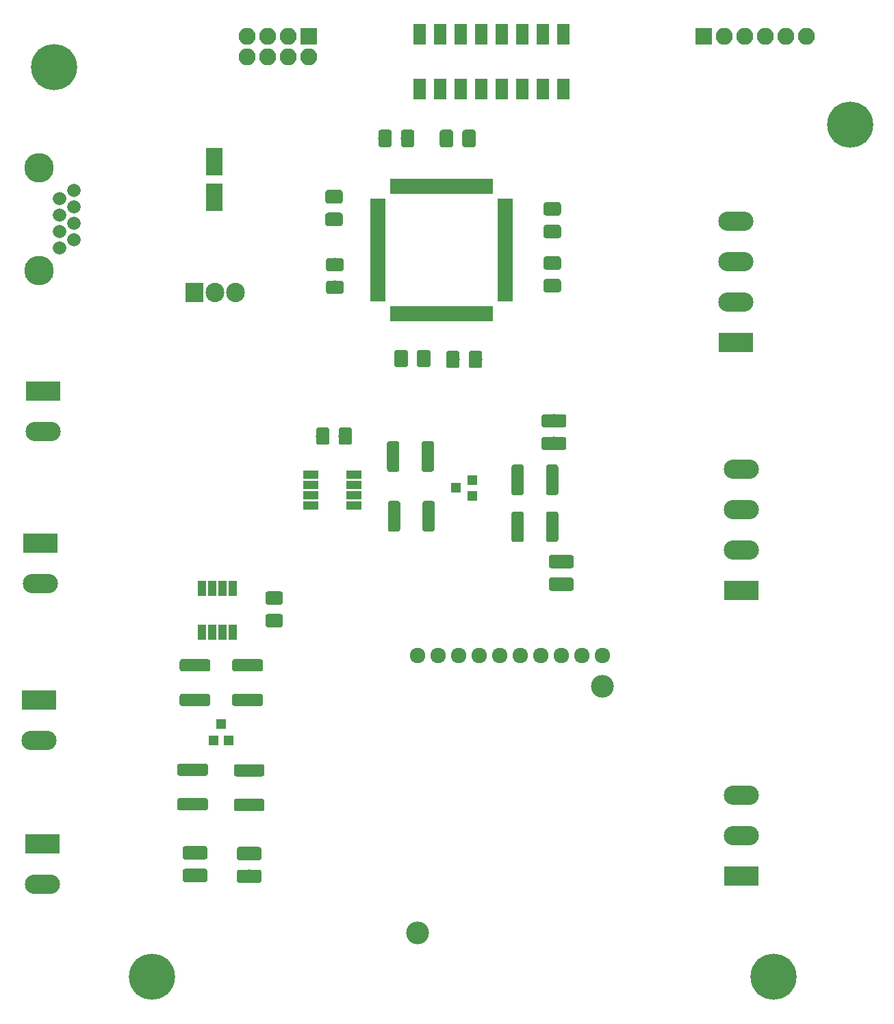
<source format=gbr>
G04 #@! TF.GenerationSoftware,KiCad,Pcbnew,5.0.0-fee4fd1~66~ubuntu18.04.1*
G04 #@! TF.CreationDate,2018-09-20T21:41:55-04:00*
G04 #@! TF.ProjectId,BackPanel,4261636B50616E656C2E6B696361645F,rev?*
G04 #@! TF.SameCoordinates,Original*
G04 #@! TF.FileFunction,Soldermask,Top*
G04 #@! TF.FilePolarity,Negative*
%FSLAX46Y46*%
G04 Gerber Fmt 4.6, Leading zero omitted, Abs format (unit mm)*
G04 Created by KiCad (PCBNEW 5.0.0-fee4fd1~66~ubuntu18.04.1) date Thu Sep 20 21:41:55 2018*
%MOMM*%
%LPD*%
G01*
G04 APERTURE LIST*
%ADD10C,2.813000*%
%ADD11C,1.924000*%
%ADD12C,0.100000*%
%ADD13C,1.650000*%
%ADD14R,2.000000X3.400000*%
%ADD15R,1.300000X1.200000*%
%ADD16R,1.200000X1.300000*%
%ADD17C,1.525000*%
%ADD18R,2.100000X2.100000*%
%ADD19O,2.100000X2.100000*%
%ADD20R,1.900000X0.680000*%
%ADD21R,0.680000X1.900000*%
%ADD22R,2.305000X2.400000*%
%ADD23O,2.305000X2.400000*%
%ADD24R,1.950000X1.000000*%
%ADD25R,1.000000X1.950000*%
%ADD26C,3.650000*%
%ADD27C,1.670000*%
%ADD28C,5.700000*%
%ADD29O,4.360000X2.380000*%
%ADD30R,4.360000X2.380000*%
%ADD31R,1.520000X2.560000*%
G04 APERTURE END LIST*
D10*
G04 #@! TO.C,U5*
X142370000Y-142280000D03*
X165230000Y-111800000D03*
D11*
X142370000Y-107990000D03*
X144910000Y-107990000D03*
X147450000Y-107990000D03*
X149990000Y-107990000D03*
X152530000Y-107990000D03*
X155070000Y-107990000D03*
X157610000Y-107990000D03*
X160150000Y-107990000D03*
X162690000Y-107990000D03*
X165230000Y-107990000D03*
G04 #@! TD*
D12*
G04 #@! TO.C,C1*
G36*
X141627346Y-43026589D02*
X141659380Y-43031341D01*
X141690794Y-43039210D01*
X141721286Y-43050120D01*
X141750561Y-43063966D01*
X141778338Y-43080615D01*
X141804350Y-43099907D01*
X141828345Y-43121655D01*
X141850093Y-43145650D01*
X141869385Y-43171662D01*
X141886034Y-43199439D01*
X141899880Y-43228714D01*
X141910790Y-43259206D01*
X141918659Y-43290620D01*
X141923411Y-43322654D01*
X141925000Y-43355000D01*
X141925000Y-44845000D01*
X141923411Y-44877346D01*
X141918659Y-44909380D01*
X141910790Y-44940794D01*
X141899880Y-44971286D01*
X141886034Y-45000561D01*
X141869385Y-45028338D01*
X141850093Y-45054350D01*
X141828345Y-45078345D01*
X141804350Y-45100093D01*
X141778338Y-45119385D01*
X141750561Y-45136034D01*
X141721286Y-45149880D01*
X141690794Y-45160790D01*
X141659380Y-45168659D01*
X141627346Y-45173411D01*
X141595000Y-45175000D01*
X140605000Y-45175000D01*
X140572654Y-45173411D01*
X140540620Y-45168659D01*
X140509206Y-45160790D01*
X140478714Y-45149880D01*
X140449439Y-45136034D01*
X140421662Y-45119385D01*
X140395650Y-45100093D01*
X140371655Y-45078345D01*
X140349907Y-45054350D01*
X140330615Y-45028338D01*
X140313966Y-45000561D01*
X140300120Y-44971286D01*
X140289210Y-44940794D01*
X140281341Y-44909380D01*
X140276589Y-44877346D01*
X140275000Y-44845000D01*
X140275000Y-43355000D01*
X140276589Y-43322654D01*
X140281341Y-43290620D01*
X140289210Y-43259206D01*
X140300120Y-43228714D01*
X140313966Y-43199439D01*
X140330615Y-43171662D01*
X140349907Y-43145650D01*
X140371655Y-43121655D01*
X140395650Y-43099907D01*
X140421662Y-43080615D01*
X140449439Y-43063966D01*
X140478714Y-43050120D01*
X140509206Y-43039210D01*
X140540620Y-43031341D01*
X140572654Y-43026589D01*
X140605000Y-43025000D01*
X141595000Y-43025000D01*
X141627346Y-43026589D01*
X141627346Y-43026589D01*
G37*
D13*
X141100000Y-44100000D03*
D12*
G36*
X138827346Y-43026589D02*
X138859380Y-43031341D01*
X138890794Y-43039210D01*
X138921286Y-43050120D01*
X138950561Y-43063966D01*
X138978338Y-43080615D01*
X139004350Y-43099907D01*
X139028345Y-43121655D01*
X139050093Y-43145650D01*
X139069385Y-43171662D01*
X139086034Y-43199439D01*
X139099880Y-43228714D01*
X139110790Y-43259206D01*
X139118659Y-43290620D01*
X139123411Y-43322654D01*
X139125000Y-43355000D01*
X139125000Y-44845000D01*
X139123411Y-44877346D01*
X139118659Y-44909380D01*
X139110790Y-44940794D01*
X139099880Y-44971286D01*
X139086034Y-45000561D01*
X139069385Y-45028338D01*
X139050093Y-45054350D01*
X139028345Y-45078345D01*
X139004350Y-45100093D01*
X138978338Y-45119385D01*
X138950561Y-45136034D01*
X138921286Y-45149880D01*
X138890794Y-45160790D01*
X138859380Y-45168659D01*
X138827346Y-45173411D01*
X138795000Y-45175000D01*
X137805000Y-45175000D01*
X137772654Y-45173411D01*
X137740620Y-45168659D01*
X137709206Y-45160790D01*
X137678714Y-45149880D01*
X137649439Y-45136034D01*
X137621662Y-45119385D01*
X137595650Y-45100093D01*
X137571655Y-45078345D01*
X137549907Y-45054350D01*
X137530615Y-45028338D01*
X137513966Y-45000561D01*
X137500120Y-44971286D01*
X137489210Y-44940794D01*
X137481341Y-44909380D01*
X137476589Y-44877346D01*
X137475000Y-44845000D01*
X137475000Y-43355000D01*
X137476589Y-43322654D01*
X137481341Y-43290620D01*
X137489210Y-43259206D01*
X137500120Y-43228714D01*
X137513966Y-43199439D01*
X137530615Y-43171662D01*
X137549907Y-43145650D01*
X137571655Y-43121655D01*
X137595650Y-43099907D01*
X137621662Y-43080615D01*
X137649439Y-43063966D01*
X137678714Y-43050120D01*
X137709206Y-43039210D01*
X137740620Y-43031341D01*
X137772654Y-43026589D01*
X137805000Y-43025000D01*
X138795000Y-43025000D01*
X138827346Y-43026589D01*
X138827346Y-43026589D01*
G37*
D13*
X138300000Y-44100000D03*
G04 #@! TD*
D12*
G04 #@! TO.C,C2*
G36*
X149227346Y-43026589D02*
X149259380Y-43031341D01*
X149290794Y-43039210D01*
X149321286Y-43050120D01*
X149350561Y-43063966D01*
X149378338Y-43080615D01*
X149404350Y-43099907D01*
X149428345Y-43121655D01*
X149450093Y-43145650D01*
X149469385Y-43171662D01*
X149486034Y-43199439D01*
X149499880Y-43228714D01*
X149510790Y-43259206D01*
X149518659Y-43290620D01*
X149523411Y-43322654D01*
X149525000Y-43355000D01*
X149525000Y-44845000D01*
X149523411Y-44877346D01*
X149518659Y-44909380D01*
X149510790Y-44940794D01*
X149499880Y-44971286D01*
X149486034Y-45000561D01*
X149469385Y-45028338D01*
X149450093Y-45054350D01*
X149428345Y-45078345D01*
X149404350Y-45100093D01*
X149378338Y-45119385D01*
X149350561Y-45136034D01*
X149321286Y-45149880D01*
X149290794Y-45160790D01*
X149259380Y-45168659D01*
X149227346Y-45173411D01*
X149195000Y-45175000D01*
X148205000Y-45175000D01*
X148172654Y-45173411D01*
X148140620Y-45168659D01*
X148109206Y-45160790D01*
X148078714Y-45149880D01*
X148049439Y-45136034D01*
X148021662Y-45119385D01*
X147995650Y-45100093D01*
X147971655Y-45078345D01*
X147949907Y-45054350D01*
X147930615Y-45028338D01*
X147913966Y-45000561D01*
X147900120Y-44971286D01*
X147889210Y-44940794D01*
X147881341Y-44909380D01*
X147876589Y-44877346D01*
X147875000Y-44845000D01*
X147875000Y-43355000D01*
X147876589Y-43322654D01*
X147881341Y-43290620D01*
X147889210Y-43259206D01*
X147900120Y-43228714D01*
X147913966Y-43199439D01*
X147930615Y-43171662D01*
X147949907Y-43145650D01*
X147971655Y-43121655D01*
X147995650Y-43099907D01*
X148021662Y-43080615D01*
X148049439Y-43063966D01*
X148078714Y-43050120D01*
X148109206Y-43039210D01*
X148140620Y-43031341D01*
X148172654Y-43026589D01*
X148205000Y-43025000D01*
X149195000Y-43025000D01*
X149227346Y-43026589D01*
X149227346Y-43026589D01*
G37*
D13*
X148700000Y-44100000D03*
D12*
G36*
X146427346Y-43026589D02*
X146459380Y-43031341D01*
X146490794Y-43039210D01*
X146521286Y-43050120D01*
X146550561Y-43063966D01*
X146578338Y-43080615D01*
X146604350Y-43099907D01*
X146628345Y-43121655D01*
X146650093Y-43145650D01*
X146669385Y-43171662D01*
X146686034Y-43199439D01*
X146699880Y-43228714D01*
X146710790Y-43259206D01*
X146718659Y-43290620D01*
X146723411Y-43322654D01*
X146725000Y-43355000D01*
X146725000Y-44845000D01*
X146723411Y-44877346D01*
X146718659Y-44909380D01*
X146710790Y-44940794D01*
X146699880Y-44971286D01*
X146686034Y-45000561D01*
X146669385Y-45028338D01*
X146650093Y-45054350D01*
X146628345Y-45078345D01*
X146604350Y-45100093D01*
X146578338Y-45119385D01*
X146550561Y-45136034D01*
X146521286Y-45149880D01*
X146490794Y-45160790D01*
X146459380Y-45168659D01*
X146427346Y-45173411D01*
X146395000Y-45175000D01*
X145405000Y-45175000D01*
X145372654Y-45173411D01*
X145340620Y-45168659D01*
X145309206Y-45160790D01*
X145278714Y-45149880D01*
X145249439Y-45136034D01*
X145221662Y-45119385D01*
X145195650Y-45100093D01*
X145171655Y-45078345D01*
X145149907Y-45054350D01*
X145130615Y-45028338D01*
X145113966Y-45000561D01*
X145100120Y-44971286D01*
X145089210Y-44940794D01*
X145081341Y-44909380D01*
X145076589Y-44877346D01*
X145075000Y-44845000D01*
X145075000Y-43355000D01*
X145076589Y-43322654D01*
X145081341Y-43290620D01*
X145089210Y-43259206D01*
X145100120Y-43228714D01*
X145113966Y-43199439D01*
X145130615Y-43171662D01*
X145149907Y-43145650D01*
X145171655Y-43121655D01*
X145195650Y-43099907D01*
X145221662Y-43080615D01*
X145249439Y-43063966D01*
X145278714Y-43050120D01*
X145309206Y-43039210D01*
X145340620Y-43031341D01*
X145372654Y-43026589D01*
X145405000Y-43025000D01*
X146395000Y-43025000D01*
X146427346Y-43026589D01*
X146427346Y-43026589D01*
G37*
D13*
X145900000Y-44100000D03*
G04 #@! TD*
D12*
G04 #@! TO.C,C3*
G36*
X132777346Y-50476589D02*
X132809380Y-50481341D01*
X132840794Y-50489210D01*
X132871286Y-50500120D01*
X132900561Y-50513966D01*
X132928338Y-50530615D01*
X132954350Y-50549907D01*
X132978345Y-50571655D01*
X133000093Y-50595650D01*
X133019385Y-50621662D01*
X133036034Y-50649439D01*
X133049880Y-50678714D01*
X133060790Y-50709206D01*
X133068659Y-50740620D01*
X133073411Y-50772654D01*
X133075000Y-50805000D01*
X133075000Y-51795000D01*
X133073411Y-51827346D01*
X133068659Y-51859380D01*
X133060790Y-51890794D01*
X133049880Y-51921286D01*
X133036034Y-51950561D01*
X133019385Y-51978338D01*
X133000093Y-52004350D01*
X132978345Y-52028345D01*
X132954350Y-52050093D01*
X132928338Y-52069385D01*
X132900561Y-52086034D01*
X132871286Y-52099880D01*
X132840794Y-52110790D01*
X132809380Y-52118659D01*
X132777346Y-52123411D01*
X132745000Y-52125000D01*
X131255000Y-52125000D01*
X131222654Y-52123411D01*
X131190620Y-52118659D01*
X131159206Y-52110790D01*
X131128714Y-52099880D01*
X131099439Y-52086034D01*
X131071662Y-52069385D01*
X131045650Y-52050093D01*
X131021655Y-52028345D01*
X130999907Y-52004350D01*
X130980615Y-51978338D01*
X130963966Y-51950561D01*
X130950120Y-51921286D01*
X130939210Y-51890794D01*
X130931341Y-51859380D01*
X130926589Y-51827346D01*
X130925000Y-51795000D01*
X130925000Y-50805000D01*
X130926589Y-50772654D01*
X130931341Y-50740620D01*
X130939210Y-50709206D01*
X130950120Y-50678714D01*
X130963966Y-50649439D01*
X130980615Y-50621662D01*
X130999907Y-50595650D01*
X131021655Y-50571655D01*
X131045650Y-50549907D01*
X131071662Y-50530615D01*
X131099439Y-50513966D01*
X131128714Y-50500120D01*
X131159206Y-50489210D01*
X131190620Y-50481341D01*
X131222654Y-50476589D01*
X131255000Y-50475000D01*
X132745000Y-50475000D01*
X132777346Y-50476589D01*
X132777346Y-50476589D01*
G37*
D13*
X132000000Y-51300000D03*
D12*
G36*
X132777346Y-53276589D02*
X132809380Y-53281341D01*
X132840794Y-53289210D01*
X132871286Y-53300120D01*
X132900561Y-53313966D01*
X132928338Y-53330615D01*
X132954350Y-53349907D01*
X132978345Y-53371655D01*
X133000093Y-53395650D01*
X133019385Y-53421662D01*
X133036034Y-53449439D01*
X133049880Y-53478714D01*
X133060790Y-53509206D01*
X133068659Y-53540620D01*
X133073411Y-53572654D01*
X133075000Y-53605000D01*
X133075000Y-54595000D01*
X133073411Y-54627346D01*
X133068659Y-54659380D01*
X133060790Y-54690794D01*
X133049880Y-54721286D01*
X133036034Y-54750561D01*
X133019385Y-54778338D01*
X133000093Y-54804350D01*
X132978345Y-54828345D01*
X132954350Y-54850093D01*
X132928338Y-54869385D01*
X132900561Y-54886034D01*
X132871286Y-54899880D01*
X132840794Y-54910790D01*
X132809380Y-54918659D01*
X132777346Y-54923411D01*
X132745000Y-54925000D01*
X131255000Y-54925000D01*
X131222654Y-54923411D01*
X131190620Y-54918659D01*
X131159206Y-54910790D01*
X131128714Y-54899880D01*
X131099439Y-54886034D01*
X131071662Y-54869385D01*
X131045650Y-54850093D01*
X131021655Y-54828345D01*
X130999907Y-54804350D01*
X130980615Y-54778338D01*
X130963966Y-54750561D01*
X130950120Y-54721286D01*
X130939210Y-54690794D01*
X130931341Y-54659380D01*
X130926589Y-54627346D01*
X130925000Y-54595000D01*
X130925000Y-53605000D01*
X130926589Y-53572654D01*
X130931341Y-53540620D01*
X130939210Y-53509206D01*
X130950120Y-53478714D01*
X130963966Y-53449439D01*
X130980615Y-53421662D01*
X130999907Y-53395650D01*
X131021655Y-53371655D01*
X131045650Y-53349907D01*
X131071662Y-53330615D01*
X131099439Y-53313966D01*
X131128714Y-53300120D01*
X131159206Y-53289210D01*
X131190620Y-53281341D01*
X131222654Y-53276589D01*
X131255000Y-53275000D01*
X132745000Y-53275000D01*
X132777346Y-53276589D01*
X132777346Y-53276589D01*
G37*
D13*
X132000000Y-54100000D03*
G04 #@! TD*
D12*
G04 #@! TO.C,C4*
G36*
X159777346Y-61476589D02*
X159809380Y-61481341D01*
X159840794Y-61489210D01*
X159871286Y-61500120D01*
X159900561Y-61513966D01*
X159928338Y-61530615D01*
X159954350Y-61549907D01*
X159978345Y-61571655D01*
X160000093Y-61595650D01*
X160019385Y-61621662D01*
X160036034Y-61649439D01*
X160049880Y-61678714D01*
X160060790Y-61709206D01*
X160068659Y-61740620D01*
X160073411Y-61772654D01*
X160075000Y-61805000D01*
X160075000Y-62795000D01*
X160073411Y-62827346D01*
X160068659Y-62859380D01*
X160060790Y-62890794D01*
X160049880Y-62921286D01*
X160036034Y-62950561D01*
X160019385Y-62978338D01*
X160000093Y-63004350D01*
X159978345Y-63028345D01*
X159954350Y-63050093D01*
X159928338Y-63069385D01*
X159900561Y-63086034D01*
X159871286Y-63099880D01*
X159840794Y-63110790D01*
X159809380Y-63118659D01*
X159777346Y-63123411D01*
X159745000Y-63125000D01*
X158255000Y-63125000D01*
X158222654Y-63123411D01*
X158190620Y-63118659D01*
X158159206Y-63110790D01*
X158128714Y-63099880D01*
X158099439Y-63086034D01*
X158071662Y-63069385D01*
X158045650Y-63050093D01*
X158021655Y-63028345D01*
X157999907Y-63004350D01*
X157980615Y-62978338D01*
X157963966Y-62950561D01*
X157950120Y-62921286D01*
X157939210Y-62890794D01*
X157931341Y-62859380D01*
X157926589Y-62827346D01*
X157925000Y-62795000D01*
X157925000Y-61805000D01*
X157926589Y-61772654D01*
X157931341Y-61740620D01*
X157939210Y-61709206D01*
X157950120Y-61678714D01*
X157963966Y-61649439D01*
X157980615Y-61621662D01*
X157999907Y-61595650D01*
X158021655Y-61571655D01*
X158045650Y-61549907D01*
X158071662Y-61530615D01*
X158099439Y-61513966D01*
X158128714Y-61500120D01*
X158159206Y-61489210D01*
X158190620Y-61481341D01*
X158222654Y-61476589D01*
X158255000Y-61475000D01*
X159745000Y-61475000D01*
X159777346Y-61476589D01*
X159777346Y-61476589D01*
G37*
D13*
X159000000Y-62300000D03*
D12*
G36*
X159777346Y-58676589D02*
X159809380Y-58681341D01*
X159840794Y-58689210D01*
X159871286Y-58700120D01*
X159900561Y-58713966D01*
X159928338Y-58730615D01*
X159954350Y-58749907D01*
X159978345Y-58771655D01*
X160000093Y-58795650D01*
X160019385Y-58821662D01*
X160036034Y-58849439D01*
X160049880Y-58878714D01*
X160060790Y-58909206D01*
X160068659Y-58940620D01*
X160073411Y-58972654D01*
X160075000Y-59005000D01*
X160075000Y-59995000D01*
X160073411Y-60027346D01*
X160068659Y-60059380D01*
X160060790Y-60090794D01*
X160049880Y-60121286D01*
X160036034Y-60150561D01*
X160019385Y-60178338D01*
X160000093Y-60204350D01*
X159978345Y-60228345D01*
X159954350Y-60250093D01*
X159928338Y-60269385D01*
X159900561Y-60286034D01*
X159871286Y-60299880D01*
X159840794Y-60310790D01*
X159809380Y-60318659D01*
X159777346Y-60323411D01*
X159745000Y-60325000D01*
X158255000Y-60325000D01*
X158222654Y-60323411D01*
X158190620Y-60318659D01*
X158159206Y-60310790D01*
X158128714Y-60299880D01*
X158099439Y-60286034D01*
X158071662Y-60269385D01*
X158045650Y-60250093D01*
X158021655Y-60228345D01*
X157999907Y-60204350D01*
X157980615Y-60178338D01*
X157963966Y-60150561D01*
X157950120Y-60121286D01*
X157939210Y-60090794D01*
X157931341Y-60059380D01*
X157926589Y-60027346D01*
X157925000Y-59995000D01*
X157925000Y-59005000D01*
X157926589Y-58972654D01*
X157931341Y-58940620D01*
X157939210Y-58909206D01*
X157950120Y-58878714D01*
X157963966Y-58849439D01*
X157980615Y-58821662D01*
X157999907Y-58795650D01*
X158021655Y-58771655D01*
X158045650Y-58749907D01*
X158071662Y-58730615D01*
X158099439Y-58713966D01*
X158128714Y-58700120D01*
X158159206Y-58689210D01*
X158190620Y-58681341D01*
X158222654Y-58676589D01*
X158255000Y-58675000D01*
X159745000Y-58675000D01*
X159777346Y-58676589D01*
X159777346Y-58676589D01*
G37*
D13*
X159000000Y-59500000D03*
G04 #@! TD*
D12*
G04 #@! TO.C,C5*
G36*
X159777346Y-54776589D02*
X159809380Y-54781341D01*
X159840794Y-54789210D01*
X159871286Y-54800120D01*
X159900561Y-54813966D01*
X159928338Y-54830615D01*
X159954350Y-54849907D01*
X159978345Y-54871655D01*
X160000093Y-54895650D01*
X160019385Y-54921662D01*
X160036034Y-54949439D01*
X160049880Y-54978714D01*
X160060790Y-55009206D01*
X160068659Y-55040620D01*
X160073411Y-55072654D01*
X160075000Y-55105000D01*
X160075000Y-56095000D01*
X160073411Y-56127346D01*
X160068659Y-56159380D01*
X160060790Y-56190794D01*
X160049880Y-56221286D01*
X160036034Y-56250561D01*
X160019385Y-56278338D01*
X160000093Y-56304350D01*
X159978345Y-56328345D01*
X159954350Y-56350093D01*
X159928338Y-56369385D01*
X159900561Y-56386034D01*
X159871286Y-56399880D01*
X159840794Y-56410790D01*
X159809380Y-56418659D01*
X159777346Y-56423411D01*
X159745000Y-56425000D01*
X158255000Y-56425000D01*
X158222654Y-56423411D01*
X158190620Y-56418659D01*
X158159206Y-56410790D01*
X158128714Y-56399880D01*
X158099439Y-56386034D01*
X158071662Y-56369385D01*
X158045650Y-56350093D01*
X158021655Y-56328345D01*
X157999907Y-56304350D01*
X157980615Y-56278338D01*
X157963966Y-56250561D01*
X157950120Y-56221286D01*
X157939210Y-56190794D01*
X157931341Y-56159380D01*
X157926589Y-56127346D01*
X157925000Y-56095000D01*
X157925000Y-55105000D01*
X157926589Y-55072654D01*
X157931341Y-55040620D01*
X157939210Y-55009206D01*
X157950120Y-54978714D01*
X157963966Y-54949439D01*
X157980615Y-54921662D01*
X157999907Y-54895650D01*
X158021655Y-54871655D01*
X158045650Y-54849907D01*
X158071662Y-54830615D01*
X158099439Y-54813966D01*
X158128714Y-54800120D01*
X158159206Y-54789210D01*
X158190620Y-54781341D01*
X158222654Y-54776589D01*
X158255000Y-54775000D01*
X159745000Y-54775000D01*
X159777346Y-54776589D01*
X159777346Y-54776589D01*
G37*
D13*
X159000000Y-55600000D03*
D12*
G36*
X159777346Y-51976589D02*
X159809380Y-51981341D01*
X159840794Y-51989210D01*
X159871286Y-52000120D01*
X159900561Y-52013966D01*
X159928338Y-52030615D01*
X159954350Y-52049907D01*
X159978345Y-52071655D01*
X160000093Y-52095650D01*
X160019385Y-52121662D01*
X160036034Y-52149439D01*
X160049880Y-52178714D01*
X160060790Y-52209206D01*
X160068659Y-52240620D01*
X160073411Y-52272654D01*
X160075000Y-52305000D01*
X160075000Y-53295000D01*
X160073411Y-53327346D01*
X160068659Y-53359380D01*
X160060790Y-53390794D01*
X160049880Y-53421286D01*
X160036034Y-53450561D01*
X160019385Y-53478338D01*
X160000093Y-53504350D01*
X159978345Y-53528345D01*
X159954350Y-53550093D01*
X159928338Y-53569385D01*
X159900561Y-53586034D01*
X159871286Y-53599880D01*
X159840794Y-53610790D01*
X159809380Y-53618659D01*
X159777346Y-53623411D01*
X159745000Y-53625000D01*
X158255000Y-53625000D01*
X158222654Y-53623411D01*
X158190620Y-53618659D01*
X158159206Y-53610790D01*
X158128714Y-53599880D01*
X158099439Y-53586034D01*
X158071662Y-53569385D01*
X158045650Y-53550093D01*
X158021655Y-53528345D01*
X157999907Y-53504350D01*
X157980615Y-53478338D01*
X157963966Y-53450561D01*
X157950120Y-53421286D01*
X157939210Y-53390794D01*
X157931341Y-53359380D01*
X157926589Y-53327346D01*
X157925000Y-53295000D01*
X157925000Y-52305000D01*
X157926589Y-52272654D01*
X157931341Y-52240620D01*
X157939210Y-52209206D01*
X157950120Y-52178714D01*
X157963966Y-52149439D01*
X157980615Y-52121662D01*
X157999907Y-52095650D01*
X158021655Y-52071655D01*
X158045650Y-52049907D01*
X158071662Y-52030615D01*
X158099439Y-52013966D01*
X158128714Y-52000120D01*
X158159206Y-51989210D01*
X158190620Y-51981341D01*
X158222654Y-51976589D01*
X158255000Y-51975000D01*
X159745000Y-51975000D01*
X159777346Y-51976589D01*
X159777346Y-51976589D01*
G37*
D13*
X159000000Y-52800000D03*
G04 #@! TD*
D12*
G04 #@! TO.C,C6*
G36*
X150027346Y-70326589D02*
X150059380Y-70331341D01*
X150090794Y-70339210D01*
X150121286Y-70350120D01*
X150150561Y-70363966D01*
X150178338Y-70380615D01*
X150204350Y-70399907D01*
X150228345Y-70421655D01*
X150250093Y-70445650D01*
X150269385Y-70471662D01*
X150286034Y-70499439D01*
X150299880Y-70528714D01*
X150310790Y-70559206D01*
X150318659Y-70590620D01*
X150323411Y-70622654D01*
X150325000Y-70655000D01*
X150325000Y-72145000D01*
X150323411Y-72177346D01*
X150318659Y-72209380D01*
X150310790Y-72240794D01*
X150299880Y-72271286D01*
X150286034Y-72300561D01*
X150269385Y-72328338D01*
X150250093Y-72354350D01*
X150228345Y-72378345D01*
X150204350Y-72400093D01*
X150178338Y-72419385D01*
X150150561Y-72436034D01*
X150121286Y-72449880D01*
X150090794Y-72460790D01*
X150059380Y-72468659D01*
X150027346Y-72473411D01*
X149995000Y-72475000D01*
X149005000Y-72475000D01*
X148972654Y-72473411D01*
X148940620Y-72468659D01*
X148909206Y-72460790D01*
X148878714Y-72449880D01*
X148849439Y-72436034D01*
X148821662Y-72419385D01*
X148795650Y-72400093D01*
X148771655Y-72378345D01*
X148749907Y-72354350D01*
X148730615Y-72328338D01*
X148713966Y-72300561D01*
X148700120Y-72271286D01*
X148689210Y-72240794D01*
X148681341Y-72209380D01*
X148676589Y-72177346D01*
X148675000Y-72145000D01*
X148675000Y-70655000D01*
X148676589Y-70622654D01*
X148681341Y-70590620D01*
X148689210Y-70559206D01*
X148700120Y-70528714D01*
X148713966Y-70499439D01*
X148730615Y-70471662D01*
X148749907Y-70445650D01*
X148771655Y-70421655D01*
X148795650Y-70399907D01*
X148821662Y-70380615D01*
X148849439Y-70363966D01*
X148878714Y-70350120D01*
X148909206Y-70339210D01*
X148940620Y-70331341D01*
X148972654Y-70326589D01*
X149005000Y-70325000D01*
X149995000Y-70325000D01*
X150027346Y-70326589D01*
X150027346Y-70326589D01*
G37*
D13*
X149500000Y-71400000D03*
D12*
G36*
X147227346Y-70326589D02*
X147259380Y-70331341D01*
X147290794Y-70339210D01*
X147321286Y-70350120D01*
X147350561Y-70363966D01*
X147378338Y-70380615D01*
X147404350Y-70399907D01*
X147428345Y-70421655D01*
X147450093Y-70445650D01*
X147469385Y-70471662D01*
X147486034Y-70499439D01*
X147499880Y-70528714D01*
X147510790Y-70559206D01*
X147518659Y-70590620D01*
X147523411Y-70622654D01*
X147525000Y-70655000D01*
X147525000Y-72145000D01*
X147523411Y-72177346D01*
X147518659Y-72209380D01*
X147510790Y-72240794D01*
X147499880Y-72271286D01*
X147486034Y-72300561D01*
X147469385Y-72328338D01*
X147450093Y-72354350D01*
X147428345Y-72378345D01*
X147404350Y-72400093D01*
X147378338Y-72419385D01*
X147350561Y-72436034D01*
X147321286Y-72449880D01*
X147290794Y-72460790D01*
X147259380Y-72468659D01*
X147227346Y-72473411D01*
X147195000Y-72475000D01*
X146205000Y-72475000D01*
X146172654Y-72473411D01*
X146140620Y-72468659D01*
X146109206Y-72460790D01*
X146078714Y-72449880D01*
X146049439Y-72436034D01*
X146021662Y-72419385D01*
X145995650Y-72400093D01*
X145971655Y-72378345D01*
X145949907Y-72354350D01*
X145930615Y-72328338D01*
X145913966Y-72300561D01*
X145900120Y-72271286D01*
X145889210Y-72240794D01*
X145881341Y-72209380D01*
X145876589Y-72177346D01*
X145875000Y-72145000D01*
X145875000Y-70655000D01*
X145876589Y-70622654D01*
X145881341Y-70590620D01*
X145889210Y-70559206D01*
X145900120Y-70528714D01*
X145913966Y-70499439D01*
X145930615Y-70471662D01*
X145949907Y-70445650D01*
X145971655Y-70421655D01*
X145995650Y-70399907D01*
X146021662Y-70380615D01*
X146049439Y-70363966D01*
X146078714Y-70350120D01*
X146109206Y-70339210D01*
X146140620Y-70331341D01*
X146172654Y-70326589D01*
X146205000Y-70325000D01*
X147195000Y-70325000D01*
X147227346Y-70326589D01*
X147227346Y-70326589D01*
G37*
D13*
X146700000Y-71400000D03*
G04 #@! TD*
D12*
G04 #@! TO.C,C7*
G36*
X143627346Y-70226589D02*
X143659380Y-70231341D01*
X143690794Y-70239210D01*
X143721286Y-70250120D01*
X143750561Y-70263966D01*
X143778338Y-70280615D01*
X143804350Y-70299907D01*
X143828345Y-70321655D01*
X143850093Y-70345650D01*
X143869385Y-70371662D01*
X143886034Y-70399439D01*
X143899880Y-70428714D01*
X143910790Y-70459206D01*
X143918659Y-70490620D01*
X143923411Y-70522654D01*
X143925000Y-70555000D01*
X143925000Y-72045000D01*
X143923411Y-72077346D01*
X143918659Y-72109380D01*
X143910790Y-72140794D01*
X143899880Y-72171286D01*
X143886034Y-72200561D01*
X143869385Y-72228338D01*
X143850093Y-72254350D01*
X143828345Y-72278345D01*
X143804350Y-72300093D01*
X143778338Y-72319385D01*
X143750561Y-72336034D01*
X143721286Y-72349880D01*
X143690794Y-72360790D01*
X143659380Y-72368659D01*
X143627346Y-72373411D01*
X143595000Y-72375000D01*
X142605000Y-72375000D01*
X142572654Y-72373411D01*
X142540620Y-72368659D01*
X142509206Y-72360790D01*
X142478714Y-72349880D01*
X142449439Y-72336034D01*
X142421662Y-72319385D01*
X142395650Y-72300093D01*
X142371655Y-72278345D01*
X142349907Y-72254350D01*
X142330615Y-72228338D01*
X142313966Y-72200561D01*
X142300120Y-72171286D01*
X142289210Y-72140794D01*
X142281341Y-72109380D01*
X142276589Y-72077346D01*
X142275000Y-72045000D01*
X142275000Y-70555000D01*
X142276589Y-70522654D01*
X142281341Y-70490620D01*
X142289210Y-70459206D01*
X142300120Y-70428714D01*
X142313966Y-70399439D01*
X142330615Y-70371662D01*
X142349907Y-70345650D01*
X142371655Y-70321655D01*
X142395650Y-70299907D01*
X142421662Y-70280615D01*
X142449439Y-70263966D01*
X142478714Y-70250120D01*
X142509206Y-70239210D01*
X142540620Y-70231341D01*
X142572654Y-70226589D01*
X142605000Y-70225000D01*
X143595000Y-70225000D01*
X143627346Y-70226589D01*
X143627346Y-70226589D01*
G37*
D13*
X143100000Y-71300000D03*
D12*
G36*
X140827346Y-70226589D02*
X140859380Y-70231341D01*
X140890794Y-70239210D01*
X140921286Y-70250120D01*
X140950561Y-70263966D01*
X140978338Y-70280615D01*
X141004350Y-70299907D01*
X141028345Y-70321655D01*
X141050093Y-70345650D01*
X141069385Y-70371662D01*
X141086034Y-70399439D01*
X141099880Y-70428714D01*
X141110790Y-70459206D01*
X141118659Y-70490620D01*
X141123411Y-70522654D01*
X141125000Y-70555000D01*
X141125000Y-72045000D01*
X141123411Y-72077346D01*
X141118659Y-72109380D01*
X141110790Y-72140794D01*
X141099880Y-72171286D01*
X141086034Y-72200561D01*
X141069385Y-72228338D01*
X141050093Y-72254350D01*
X141028345Y-72278345D01*
X141004350Y-72300093D01*
X140978338Y-72319385D01*
X140950561Y-72336034D01*
X140921286Y-72349880D01*
X140890794Y-72360790D01*
X140859380Y-72368659D01*
X140827346Y-72373411D01*
X140795000Y-72375000D01*
X139805000Y-72375000D01*
X139772654Y-72373411D01*
X139740620Y-72368659D01*
X139709206Y-72360790D01*
X139678714Y-72349880D01*
X139649439Y-72336034D01*
X139621662Y-72319385D01*
X139595650Y-72300093D01*
X139571655Y-72278345D01*
X139549907Y-72254350D01*
X139530615Y-72228338D01*
X139513966Y-72200561D01*
X139500120Y-72171286D01*
X139489210Y-72140794D01*
X139481341Y-72109380D01*
X139476589Y-72077346D01*
X139475000Y-72045000D01*
X139475000Y-70555000D01*
X139476589Y-70522654D01*
X139481341Y-70490620D01*
X139489210Y-70459206D01*
X139500120Y-70428714D01*
X139513966Y-70399439D01*
X139530615Y-70371662D01*
X139549907Y-70345650D01*
X139571655Y-70321655D01*
X139595650Y-70299907D01*
X139621662Y-70280615D01*
X139649439Y-70263966D01*
X139678714Y-70250120D01*
X139709206Y-70239210D01*
X139740620Y-70231341D01*
X139772654Y-70226589D01*
X139805000Y-70225000D01*
X140795000Y-70225000D01*
X140827346Y-70226589D01*
X140827346Y-70226589D01*
G37*
D13*
X140300000Y-71300000D03*
G04 #@! TD*
D14*
G04 #@! TO.C,C8*
X117200000Y-51400000D03*
X117200000Y-47000000D03*
G04 #@! TD*
D12*
G04 #@! TO.C,C9*
G36*
X132877346Y-61676589D02*
X132909380Y-61681341D01*
X132940794Y-61689210D01*
X132971286Y-61700120D01*
X133000561Y-61713966D01*
X133028338Y-61730615D01*
X133054350Y-61749907D01*
X133078345Y-61771655D01*
X133100093Y-61795650D01*
X133119385Y-61821662D01*
X133136034Y-61849439D01*
X133149880Y-61878714D01*
X133160790Y-61909206D01*
X133168659Y-61940620D01*
X133173411Y-61972654D01*
X133175000Y-62005000D01*
X133175000Y-62995000D01*
X133173411Y-63027346D01*
X133168659Y-63059380D01*
X133160790Y-63090794D01*
X133149880Y-63121286D01*
X133136034Y-63150561D01*
X133119385Y-63178338D01*
X133100093Y-63204350D01*
X133078345Y-63228345D01*
X133054350Y-63250093D01*
X133028338Y-63269385D01*
X133000561Y-63286034D01*
X132971286Y-63299880D01*
X132940794Y-63310790D01*
X132909380Y-63318659D01*
X132877346Y-63323411D01*
X132845000Y-63325000D01*
X131355000Y-63325000D01*
X131322654Y-63323411D01*
X131290620Y-63318659D01*
X131259206Y-63310790D01*
X131228714Y-63299880D01*
X131199439Y-63286034D01*
X131171662Y-63269385D01*
X131145650Y-63250093D01*
X131121655Y-63228345D01*
X131099907Y-63204350D01*
X131080615Y-63178338D01*
X131063966Y-63150561D01*
X131050120Y-63121286D01*
X131039210Y-63090794D01*
X131031341Y-63059380D01*
X131026589Y-63027346D01*
X131025000Y-62995000D01*
X131025000Y-62005000D01*
X131026589Y-61972654D01*
X131031341Y-61940620D01*
X131039210Y-61909206D01*
X131050120Y-61878714D01*
X131063966Y-61849439D01*
X131080615Y-61821662D01*
X131099907Y-61795650D01*
X131121655Y-61771655D01*
X131145650Y-61749907D01*
X131171662Y-61730615D01*
X131199439Y-61713966D01*
X131228714Y-61700120D01*
X131259206Y-61689210D01*
X131290620Y-61681341D01*
X131322654Y-61676589D01*
X131355000Y-61675000D01*
X132845000Y-61675000D01*
X132877346Y-61676589D01*
X132877346Y-61676589D01*
G37*
D13*
X132100000Y-62500000D03*
D12*
G36*
X132877346Y-58876589D02*
X132909380Y-58881341D01*
X132940794Y-58889210D01*
X132971286Y-58900120D01*
X133000561Y-58913966D01*
X133028338Y-58930615D01*
X133054350Y-58949907D01*
X133078345Y-58971655D01*
X133100093Y-58995650D01*
X133119385Y-59021662D01*
X133136034Y-59049439D01*
X133149880Y-59078714D01*
X133160790Y-59109206D01*
X133168659Y-59140620D01*
X133173411Y-59172654D01*
X133175000Y-59205000D01*
X133175000Y-60195000D01*
X133173411Y-60227346D01*
X133168659Y-60259380D01*
X133160790Y-60290794D01*
X133149880Y-60321286D01*
X133136034Y-60350561D01*
X133119385Y-60378338D01*
X133100093Y-60404350D01*
X133078345Y-60428345D01*
X133054350Y-60450093D01*
X133028338Y-60469385D01*
X133000561Y-60486034D01*
X132971286Y-60499880D01*
X132940794Y-60510790D01*
X132909380Y-60518659D01*
X132877346Y-60523411D01*
X132845000Y-60525000D01*
X131355000Y-60525000D01*
X131322654Y-60523411D01*
X131290620Y-60518659D01*
X131259206Y-60510790D01*
X131228714Y-60499880D01*
X131199439Y-60486034D01*
X131171662Y-60469385D01*
X131145650Y-60450093D01*
X131121655Y-60428345D01*
X131099907Y-60404350D01*
X131080615Y-60378338D01*
X131063966Y-60350561D01*
X131050120Y-60321286D01*
X131039210Y-60290794D01*
X131031341Y-60259380D01*
X131026589Y-60227346D01*
X131025000Y-60195000D01*
X131025000Y-59205000D01*
X131026589Y-59172654D01*
X131031341Y-59140620D01*
X131039210Y-59109206D01*
X131050120Y-59078714D01*
X131063966Y-59049439D01*
X131080615Y-59021662D01*
X131099907Y-58995650D01*
X131121655Y-58971655D01*
X131145650Y-58949907D01*
X131171662Y-58930615D01*
X131199439Y-58913966D01*
X131228714Y-58900120D01*
X131259206Y-58889210D01*
X131290620Y-58881341D01*
X131322654Y-58876589D01*
X131355000Y-58875000D01*
X132845000Y-58875000D01*
X132877346Y-58876589D01*
X132877346Y-58876589D01*
G37*
D13*
X132100000Y-59700000D03*
G04 #@! TD*
D12*
G04 #@! TO.C,C10*
G36*
X131127346Y-79826589D02*
X131159380Y-79831341D01*
X131190794Y-79839210D01*
X131221286Y-79850120D01*
X131250561Y-79863966D01*
X131278338Y-79880615D01*
X131304350Y-79899907D01*
X131328345Y-79921655D01*
X131350093Y-79945650D01*
X131369385Y-79971662D01*
X131386034Y-79999439D01*
X131399880Y-80028714D01*
X131410790Y-80059206D01*
X131418659Y-80090620D01*
X131423411Y-80122654D01*
X131425000Y-80155000D01*
X131425000Y-81645000D01*
X131423411Y-81677346D01*
X131418659Y-81709380D01*
X131410790Y-81740794D01*
X131399880Y-81771286D01*
X131386034Y-81800561D01*
X131369385Y-81828338D01*
X131350093Y-81854350D01*
X131328345Y-81878345D01*
X131304350Y-81900093D01*
X131278338Y-81919385D01*
X131250561Y-81936034D01*
X131221286Y-81949880D01*
X131190794Y-81960790D01*
X131159380Y-81968659D01*
X131127346Y-81973411D01*
X131095000Y-81975000D01*
X130105000Y-81975000D01*
X130072654Y-81973411D01*
X130040620Y-81968659D01*
X130009206Y-81960790D01*
X129978714Y-81949880D01*
X129949439Y-81936034D01*
X129921662Y-81919385D01*
X129895650Y-81900093D01*
X129871655Y-81878345D01*
X129849907Y-81854350D01*
X129830615Y-81828338D01*
X129813966Y-81800561D01*
X129800120Y-81771286D01*
X129789210Y-81740794D01*
X129781341Y-81709380D01*
X129776589Y-81677346D01*
X129775000Y-81645000D01*
X129775000Y-80155000D01*
X129776589Y-80122654D01*
X129781341Y-80090620D01*
X129789210Y-80059206D01*
X129800120Y-80028714D01*
X129813966Y-79999439D01*
X129830615Y-79971662D01*
X129849907Y-79945650D01*
X129871655Y-79921655D01*
X129895650Y-79899907D01*
X129921662Y-79880615D01*
X129949439Y-79863966D01*
X129978714Y-79850120D01*
X130009206Y-79839210D01*
X130040620Y-79831341D01*
X130072654Y-79826589D01*
X130105000Y-79825000D01*
X131095000Y-79825000D01*
X131127346Y-79826589D01*
X131127346Y-79826589D01*
G37*
D13*
X130600000Y-80900000D03*
D12*
G36*
X133927346Y-79826589D02*
X133959380Y-79831341D01*
X133990794Y-79839210D01*
X134021286Y-79850120D01*
X134050561Y-79863966D01*
X134078338Y-79880615D01*
X134104350Y-79899907D01*
X134128345Y-79921655D01*
X134150093Y-79945650D01*
X134169385Y-79971662D01*
X134186034Y-79999439D01*
X134199880Y-80028714D01*
X134210790Y-80059206D01*
X134218659Y-80090620D01*
X134223411Y-80122654D01*
X134225000Y-80155000D01*
X134225000Y-81645000D01*
X134223411Y-81677346D01*
X134218659Y-81709380D01*
X134210790Y-81740794D01*
X134199880Y-81771286D01*
X134186034Y-81800561D01*
X134169385Y-81828338D01*
X134150093Y-81854350D01*
X134128345Y-81878345D01*
X134104350Y-81900093D01*
X134078338Y-81919385D01*
X134050561Y-81936034D01*
X134021286Y-81949880D01*
X133990794Y-81960790D01*
X133959380Y-81968659D01*
X133927346Y-81973411D01*
X133895000Y-81975000D01*
X132905000Y-81975000D01*
X132872654Y-81973411D01*
X132840620Y-81968659D01*
X132809206Y-81960790D01*
X132778714Y-81949880D01*
X132749439Y-81936034D01*
X132721662Y-81919385D01*
X132695650Y-81900093D01*
X132671655Y-81878345D01*
X132649907Y-81854350D01*
X132630615Y-81828338D01*
X132613966Y-81800561D01*
X132600120Y-81771286D01*
X132589210Y-81740794D01*
X132581341Y-81709380D01*
X132576589Y-81677346D01*
X132575000Y-81645000D01*
X132575000Y-80155000D01*
X132576589Y-80122654D01*
X132581341Y-80090620D01*
X132589210Y-80059206D01*
X132600120Y-80028714D01*
X132613966Y-79999439D01*
X132630615Y-79971662D01*
X132649907Y-79945650D01*
X132671655Y-79921655D01*
X132695650Y-79899907D01*
X132721662Y-79880615D01*
X132749439Y-79863966D01*
X132778714Y-79850120D01*
X132809206Y-79839210D01*
X132840620Y-79831341D01*
X132872654Y-79826589D01*
X132905000Y-79825000D01*
X133895000Y-79825000D01*
X133927346Y-79826589D01*
X133927346Y-79826589D01*
G37*
D13*
X133400000Y-80900000D03*
G04 #@! TD*
D12*
G04 #@! TO.C,C11*
G36*
X125377346Y-102876589D02*
X125409380Y-102881341D01*
X125440794Y-102889210D01*
X125471286Y-102900120D01*
X125500561Y-102913966D01*
X125528338Y-102930615D01*
X125554350Y-102949907D01*
X125578345Y-102971655D01*
X125600093Y-102995650D01*
X125619385Y-103021662D01*
X125636034Y-103049439D01*
X125649880Y-103078714D01*
X125660790Y-103109206D01*
X125668659Y-103140620D01*
X125673411Y-103172654D01*
X125675000Y-103205000D01*
X125675000Y-104195000D01*
X125673411Y-104227346D01*
X125668659Y-104259380D01*
X125660790Y-104290794D01*
X125649880Y-104321286D01*
X125636034Y-104350561D01*
X125619385Y-104378338D01*
X125600093Y-104404350D01*
X125578345Y-104428345D01*
X125554350Y-104450093D01*
X125528338Y-104469385D01*
X125500561Y-104486034D01*
X125471286Y-104499880D01*
X125440794Y-104510790D01*
X125409380Y-104518659D01*
X125377346Y-104523411D01*
X125345000Y-104525000D01*
X123855000Y-104525000D01*
X123822654Y-104523411D01*
X123790620Y-104518659D01*
X123759206Y-104510790D01*
X123728714Y-104499880D01*
X123699439Y-104486034D01*
X123671662Y-104469385D01*
X123645650Y-104450093D01*
X123621655Y-104428345D01*
X123599907Y-104404350D01*
X123580615Y-104378338D01*
X123563966Y-104350561D01*
X123550120Y-104321286D01*
X123539210Y-104290794D01*
X123531341Y-104259380D01*
X123526589Y-104227346D01*
X123525000Y-104195000D01*
X123525000Y-103205000D01*
X123526589Y-103172654D01*
X123531341Y-103140620D01*
X123539210Y-103109206D01*
X123550120Y-103078714D01*
X123563966Y-103049439D01*
X123580615Y-103021662D01*
X123599907Y-102995650D01*
X123621655Y-102971655D01*
X123645650Y-102949907D01*
X123671662Y-102930615D01*
X123699439Y-102913966D01*
X123728714Y-102900120D01*
X123759206Y-102889210D01*
X123790620Y-102881341D01*
X123822654Y-102876589D01*
X123855000Y-102875000D01*
X125345000Y-102875000D01*
X125377346Y-102876589D01*
X125377346Y-102876589D01*
G37*
D13*
X124600000Y-103700000D03*
D12*
G36*
X125377346Y-100076589D02*
X125409380Y-100081341D01*
X125440794Y-100089210D01*
X125471286Y-100100120D01*
X125500561Y-100113966D01*
X125528338Y-100130615D01*
X125554350Y-100149907D01*
X125578345Y-100171655D01*
X125600093Y-100195650D01*
X125619385Y-100221662D01*
X125636034Y-100249439D01*
X125649880Y-100278714D01*
X125660790Y-100309206D01*
X125668659Y-100340620D01*
X125673411Y-100372654D01*
X125675000Y-100405000D01*
X125675000Y-101395000D01*
X125673411Y-101427346D01*
X125668659Y-101459380D01*
X125660790Y-101490794D01*
X125649880Y-101521286D01*
X125636034Y-101550561D01*
X125619385Y-101578338D01*
X125600093Y-101604350D01*
X125578345Y-101628345D01*
X125554350Y-101650093D01*
X125528338Y-101669385D01*
X125500561Y-101686034D01*
X125471286Y-101699880D01*
X125440794Y-101710790D01*
X125409380Y-101718659D01*
X125377346Y-101723411D01*
X125345000Y-101725000D01*
X123855000Y-101725000D01*
X123822654Y-101723411D01*
X123790620Y-101718659D01*
X123759206Y-101710790D01*
X123728714Y-101699880D01*
X123699439Y-101686034D01*
X123671662Y-101669385D01*
X123645650Y-101650093D01*
X123621655Y-101628345D01*
X123599907Y-101604350D01*
X123580615Y-101578338D01*
X123563966Y-101550561D01*
X123550120Y-101521286D01*
X123539210Y-101490794D01*
X123531341Y-101459380D01*
X123526589Y-101427346D01*
X123525000Y-101395000D01*
X123525000Y-100405000D01*
X123526589Y-100372654D01*
X123531341Y-100340620D01*
X123539210Y-100309206D01*
X123550120Y-100278714D01*
X123563966Y-100249439D01*
X123580615Y-100221662D01*
X123599907Y-100195650D01*
X123621655Y-100171655D01*
X123645650Y-100149907D01*
X123671662Y-100130615D01*
X123699439Y-100113966D01*
X123728714Y-100100120D01*
X123759206Y-100089210D01*
X123790620Y-100081341D01*
X123822654Y-100076589D01*
X123855000Y-100075000D01*
X125345000Y-100075000D01*
X125377346Y-100076589D01*
X125377346Y-100076589D01*
G37*
D13*
X124600000Y-100900000D03*
G04 #@! TD*
D15*
G04 #@! TO.C,D1*
X149100000Y-88250000D03*
X149100000Y-86350000D03*
X147100000Y-87300000D03*
G04 #@! TD*
D16*
G04 #@! TO.C,D2*
X118050000Y-116500000D03*
X119000000Y-118500000D03*
X117100000Y-118500000D03*
G04 #@! TD*
D12*
G04 #@! TO.C,F1*
G36*
X159432329Y-84401632D02*
X159465226Y-84406512D01*
X159497486Y-84414592D01*
X159528799Y-84425796D01*
X159558863Y-84440015D01*
X159587388Y-84457113D01*
X159614100Y-84476924D01*
X159638742Y-84499258D01*
X159661076Y-84523900D01*
X159680887Y-84550612D01*
X159697985Y-84579137D01*
X159712204Y-84609201D01*
X159723408Y-84640514D01*
X159731488Y-84672774D01*
X159736368Y-84705671D01*
X159738000Y-84738888D01*
X159738000Y-87861112D01*
X159736368Y-87894329D01*
X159731488Y-87927226D01*
X159723408Y-87959486D01*
X159712204Y-87990799D01*
X159697985Y-88020863D01*
X159680887Y-88049388D01*
X159661076Y-88076100D01*
X159638742Y-88100742D01*
X159614100Y-88123076D01*
X159587388Y-88142887D01*
X159558863Y-88159985D01*
X159528799Y-88174204D01*
X159497486Y-88185408D01*
X159465226Y-88193488D01*
X159432329Y-88198368D01*
X159399112Y-88200000D01*
X158551888Y-88200000D01*
X158518671Y-88198368D01*
X158485774Y-88193488D01*
X158453514Y-88185408D01*
X158422201Y-88174204D01*
X158392137Y-88159985D01*
X158363612Y-88142887D01*
X158336900Y-88123076D01*
X158312258Y-88100742D01*
X158289924Y-88076100D01*
X158270113Y-88049388D01*
X158253015Y-88020863D01*
X158238796Y-87990799D01*
X158227592Y-87959486D01*
X158219512Y-87927226D01*
X158214632Y-87894329D01*
X158213000Y-87861112D01*
X158213000Y-84738888D01*
X158214632Y-84705671D01*
X158219512Y-84672774D01*
X158227592Y-84640514D01*
X158238796Y-84609201D01*
X158253015Y-84579137D01*
X158270113Y-84550612D01*
X158289924Y-84523900D01*
X158312258Y-84499258D01*
X158336900Y-84476924D01*
X158363612Y-84457113D01*
X158392137Y-84440015D01*
X158422201Y-84425796D01*
X158453514Y-84414592D01*
X158485774Y-84406512D01*
X158518671Y-84401632D01*
X158551888Y-84400000D01*
X159399112Y-84400000D01*
X159432329Y-84401632D01*
X159432329Y-84401632D01*
G37*
D17*
X158975500Y-86300000D03*
D12*
G36*
X155157329Y-84401632D02*
X155190226Y-84406512D01*
X155222486Y-84414592D01*
X155253799Y-84425796D01*
X155283863Y-84440015D01*
X155312388Y-84457113D01*
X155339100Y-84476924D01*
X155363742Y-84499258D01*
X155386076Y-84523900D01*
X155405887Y-84550612D01*
X155422985Y-84579137D01*
X155437204Y-84609201D01*
X155448408Y-84640514D01*
X155456488Y-84672774D01*
X155461368Y-84705671D01*
X155463000Y-84738888D01*
X155463000Y-87861112D01*
X155461368Y-87894329D01*
X155456488Y-87927226D01*
X155448408Y-87959486D01*
X155437204Y-87990799D01*
X155422985Y-88020863D01*
X155405887Y-88049388D01*
X155386076Y-88076100D01*
X155363742Y-88100742D01*
X155339100Y-88123076D01*
X155312388Y-88142887D01*
X155283863Y-88159985D01*
X155253799Y-88174204D01*
X155222486Y-88185408D01*
X155190226Y-88193488D01*
X155157329Y-88198368D01*
X155124112Y-88200000D01*
X154276888Y-88200000D01*
X154243671Y-88198368D01*
X154210774Y-88193488D01*
X154178514Y-88185408D01*
X154147201Y-88174204D01*
X154117137Y-88159985D01*
X154088612Y-88142887D01*
X154061900Y-88123076D01*
X154037258Y-88100742D01*
X154014924Y-88076100D01*
X153995113Y-88049388D01*
X153978015Y-88020863D01*
X153963796Y-87990799D01*
X153952592Y-87959486D01*
X153944512Y-87927226D01*
X153939632Y-87894329D01*
X153938000Y-87861112D01*
X153938000Y-84738888D01*
X153939632Y-84705671D01*
X153944512Y-84672774D01*
X153952592Y-84640514D01*
X153963796Y-84609201D01*
X153978015Y-84579137D01*
X153995113Y-84550612D01*
X154014924Y-84523900D01*
X154037258Y-84499258D01*
X154061900Y-84476924D01*
X154088612Y-84457113D01*
X154117137Y-84440015D01*
X154147201Y-84425796D01*
X154178514Y-84414592D01*
X154210774Y-84406512D01*
X154243671Y-84401632D01*
X154276888Y-84400000D01*
X155124112Y-84400000D01*
X155157329Y-84401632D01*
X155157329Y-84401632D01*
G37*
D17*
X154700500Y-86300000D03*
G04 #@! TD*
D12*
G04 #@! TO.C,F2*
G36*
X155157329Y-90201632D02*
X155190226Y-90206512D01*
X155222486Y-90214592D01*
X155253799Y-90225796D01*
X155283863Y-90240015D01*
X155312388Y-90257113D01*
X155339100Y-90276924D01*
X155363742Y-90299258D01*
X155386076Y-90323900D01*
X155405887Y-90350612D01*
X155422985Y-90379137D01*
X155437204Y-90409201D01*
X155448408Y-90440514D01*
X155456488Y-90472774D01*
X155461368Y-90505671D01*
X155463000Y-90538888D01*
X155463000Y-93661112D01*
X155461368Y-93694329D01*
X155456488Y-93727226D01*
X155448408Y-93759486D01*
X155437204Y-93790799D01*
X155422985Y-93820863D01*
X155405887Y-93849388D01*
X155386076Y-93876100D01*
X155363742Y-93900742D01*
X155339100Y-93923076D01*
X155312388Y-93942887D01*
X155283863Y-93959985D01*
X155253799Y-93974204D01*
X155222486Y-93985408D01*
X155190226Y-93993488D01*
X155157329Y-93998368D01*
X155124112Y-94000000D01*
X154276888Y-94000000D01*
X154243671Y-93998368D01*
X154210774Y-93993488D01*
X154178514Y-93985408D01*
X154147201Y-93974204D01*
X154117137Y-93959985D01*
X154088612Y-93942887D01*
X154061900Y-93923076D01*
X154037258Y-93900742D01*
X154014924Y-93876100D01*
X153995113Y-93849388D01*
X153978015Y-93820863D01*
X153963796Y-93790799D01*
X153952592Y-93759486D01*
X153944512Y-93727226D01*
X153939632Y-93694329D01*
X153938000Y-93661112D01*
X153938000Y-90538888D01*
X153939632Y-90505671D01*
X153944512Y-90472774D01*
X153952592Y-90440514D01*
X153963796Y-90409201D01*
X153978015Y-90379137D01*
X153995113Y-90350612D01*
X154014924Y-90323900D01*
X154037258Y-90299258D01*
X154061900Y-90276924D01*
X154088612Y-90257113D01*
X154117137Y-90240015D01*
X154147201Y-90225796D01*
X154178514Y-90214592D01*
X154210774Y-90206512D01*
X154243671Y-90201632D01*
X154276888Y-90200000D01*
X155124112Y-90200000D01*
X155157329Y-90201632D01*
X155157329Y-90201632D01*
G37*
D17*
X154700500Y-92100000D03*
D12*
G36*
X159432329Y-90201632D02*
X159465226Y-90206512D01*
X159497486Y-90214592D01*
X159528799Y-90225796D01*
X159558863Y-90240015D01*
X159587388Y-90257113D01*
X159614100Y-90276924D01*
X159638742Y-90299258D01*
X159661076Y-90323900D01*
X159680887Y-90350612D01*
X159697985Y-90379137D01*
X159712204Y-90409201D01*
X159723408Y-90440514D01*
X159731488Y-90472774D01*
X159736368Y-90505671D01*
X159738000Y-90538888D01*
X159738000Y-93661112D01*
X159736368Y-93694329D01*
X159731488Y-93727226D01*
X159723408Y-93759486D01*
X159712204Y-93790799D01*
X159697985Y-93820863D01*
X159680887Y-93849388D01*
X159661076Y-93876100D01*
X159638742Y-93900742D01*
X159614100Y-93923076D01*
X159587388Y-93942887D01*
X159558863Y-93959985D01*
X159528799Y-93974204D01*
X159497486Y-93985408D01*
X159465226Y-93993488D01*
X159432329Y-93998368D01*
X159399112Y-94000000D01*
X158551888Y-94000000D01*
X158518671Y-93998368D01*
X158485774Y-93993488D01*
X158453514Y-93985408D01*
X158422201Y-93974204D01*
X158392137Y-93959985D01*
X158363612Y-93942887D01*
X158336900Y-93923076D01*
X158312258Y-93900742D01*
X158289924Y-93876100D01*
X158270113Y-93849388D01*
X158253015Y-93820863D01*
X158238796Y-93790799D01*
X158227592Y-93759486D01*
X158219512Y-93727226D01*
X158214632Y-93694329D01*
X158213000Y-93661112D01*
X158213000Y-90538888D01*
X158214632Y-90505671D01*
X158219512Y-90472774D01*
X158227592Y-90440514D01*
X158238796Y-90409201D01*
X158253015Y-90379137D01*
X158270113Y-90350612D01*
X158289924Y-90323900D01*
X158312258Y-90299258D01*
X158336900Y-90276924D01*
X158363612Y-90257113D01*
X158392137Y-90240015D01*
X158422201Y-90225796D01*
X158453514Y-90214592D01*
X158485774Y-90206512D01*
X158518671Y-90201632D01*
X158551888Y-90200000D01*
X159399112Y-90200000D01*
X159432329Y-90201632D01*
X159432329Y-90201632D01*
G37*
D17*
X158975500Y-92100000D03*
G04 #@! TD*
D12*
G04 #@! TO.C,F3*
G36*
X123094329Y-121439632D02*
X123127226Y-121444512D01*
X123159486Y-121452592D01*
X123190799Y-121463796D01*
X123220863Y-121478015D01*
X123249388Y-121495113D01*
X123276100Y-121514924D01*
X123300742Y-121537258D01*
X123323076Y-121561900D01*
X123342887Y-121588612D01*
X123359985Y-121617137D01*
X123374204Y-121647201D01*
X123385408Y-121678514D01*
X123393488Y-121710774D01*
X123398368Y-121743671D01*
X123400000Y-121776888D01*
X123400000Y-122624112D01*
X123398368Y-122657329D01*
X123393488Y-122690226D01*
X123385408Y-122722486D01*
X123374204Y-122753799D01*
X123359985Y-122783863D01*
X123342887Y-122812388D01*
X123323076Y-122839100D01*
X123300742Y-122863742D01*
X123276100Y-122886076D01*
X123249388Y-122905887D01*
X123220863Y-122922985D01*
X123190799Y-122937204D01*
X123159486Y-122948408D01*
X123127226Y-122956488D01*
X123094329Y-122961368D01*
X123061112Y-122963000D01*
X119938888Y-122963000D01*
X119905671Y-122961368D01*
X119872774Y-122956488D01*
X119840514Y-122948408D01*
X119809201Y-122937204D01*
X119779137Y-122922985D01*
X119750612Y-122905887D01*
X119723900Y-122886076D01*
X119699258Y-122863742D01*
X119676924Y-122839100D01*
X119657113Y-122812388D01*
X119640015Y-122783863D01*
X119625796Y-122753799D01*
X119614592Y-122722486D01*
X119606512Y-122690226D01*
X119601632Y-122657329D01*
X119600000Y-122624112D01*
X119600000Y-121776888D01*
X119601632Y-121743671D01*
X119606512Y-121710774D01*
X119614592Y-121678514D01*
X119625796Y-121647201D01*
X119640015Y-121617137D01*
X119657113Y-121588612D01*
X119676924Y-121561900D01*
X119699258Y-121537258D01*
X119723900Y-121514924D01*
X119750612Y-121495113D01*
X119779137Y-121478015D01*
X119809201Y-121463796D01*
X119840514Y-121452592D01*
X119872774Y-121444512D01*
X119905671Y-121439632D01*
X119938888Y-121438000D01*
X123061112Y-121438000D01*
X123094329Y-121439632D01*
X123094329Y-121439632D01*
G37*
D17*
X121500000Y-122200500D03*
D12*
G36*
X123094329Y-125714632D02*
X123127226Y-125719512D01*
X123159486Y-125727592D01*
X123190799Y-125738796D01*
X123220863Y-125753015D01*
X123249388Y-125770113D01*
X123276100Y-125789924D01*
X123300742Y-125812258D01*
X123323076Y-125836900D01*
X123342887Y-125863612D01*
X123359985Y-125892137D01*
X123374204Y-125922201D01*
X123385408Y-125953514D01*
X123393488Y-125985774D01*
X123398368Y-126018671D01*
X123400000Y-126051888D01*
X123400000Y-126899112D01*
X123398368Y-126932329D01*
X123393488Y-126965226D01*
X123385408Y-126997486D01*
X123374204Y-127028799D01*
X123359985Y-127058863D01*
X123342887Y-127087388D01*
X123323076Y-127114100D01*
X123300742Y-127138742D01*
X123276100Y-127161076D01*
X123249388Y-127180887D01*
X123220863Y-127197985D01*
X123190799Y-127212204D01*
X123159486Y-127223408D01*
X123127226Y-127231488D01*
X123094329Y-127236368D01*
X123061112Y-127238000D01*
X119938888Y-127238000D01*
X119905671Y-127236368D01*
X119872774Y-127231488D01*
X119840514Y-127223408D01*
X119809201Y-127212204D01*
X119779137Y-127197985D01*
X119750612Y-127180887D01*
X119723900Y-127161076D01*
X119699258Y-127138742D01*
X119676924Y-127114100D01*
X119657113Y-127087388D01*
X119640015Y-127058863D01*
X119625796Y-127028799D01*
X119614592Y-126997486D01*
X119606512Y-126965226D01*
X119601632Y-126932329D01*
X119600000Y-126899112D01*
X119600000Y-126051888D01*
X119601632Y-126018671D01*
X119606512Y-125985774D01*
X119614592Y-125953514D01*
X119625796Y-125922201D01*
X119640015Y-125892137D01*
X119657113Y-125863612D01*
X119676924Y-125836900D01*
X119699258Y-125812258D01*
X119723900Y-125789924D01*
X119750612Y-125770113D01*
X119779137Y-125753015D01*
X119809201Y-125738796D01*
X119840514Y-125727592D01*
X119872774Y-125719512D01*
X119905671Y-125714632D01*
X119938888Y-125713000D01*
X123061112Y-125713000D01*
X123094329Y-125714632D01*
X123094329Y-125714632D01*
G37*
D17*
X121500000Y-126475500D03*
G04 #@! TD*
D12*
G04 #@! TO.C,F4*
G36*
X116094329Y-125638632D02*
X116127226Y-125643512D01*
X116159486Y-125651592D01*
X116190799Y-125662796D01*
X116220863Y-125677015D01*
X116249388Y-125694113D01*
X116276100Y-125713924D01*
X116300742Y-125736258D01*
X116323076Y-125760900D01*
X116342887Y-125787612D01*
X116359985Y-125816137D01*
X116374204Y-125846201D01*
X116385408Y-125877514D01*
X116393488Y-125909774D01*
X116398368Y-125942671D01*
X116400000Y-125975888D01*
X116400000Y-126823112D01*
X116398368Y-126856329D01*
X116393488Y-126889226D01*
X116385408Y-126921486D01*
X116374204Y-126952799D01*
X116359985Y-126982863D01*
X116342887Y-127011388D01*
X116323076Y-127038100D01*
X116300742Y-127062742D01*
X116276100Y-127085076D01*
X116249388Y-127104887D01*
X116220863Y-127121985D01*
X116190799Y-127136204D01*
X116159486Y-127147408D01*
X116127226Y-127155488D01*
X116094329Y-127160368D01*
X116061112Y-127162000D01*
X112938888Y-127162000D01*
X112905671Y-127160368D01*
X112872774Y-127155488D01*
X112840514Y-127147408D01*
X112809201Y-127136204D01*
X112779137Y-127121985D01*
X112750612Y-127104887D01*
X112723900Y-127085076D01*
X112699258Y-127062742D01*
X112676924Y-127038100D01*
X112657113Y-127011388D01*
X112640015Y-126982863D01*
X112625796Y-126952799D01*
X112614592Y-126921486D01*
X112606512Y-126889226D01*
X112601632Y-126856329D01*
X112600000Y-126823112D01*
X112600000Y-125975888D01*
X112601632Y-125942671D01*
X112606512Y-125909774D01*
X112614592Y-125877514D01*
X112625796Y-125846201D01*
X112640015Y-125816137D01*
X112657113Y-125787612D01*
X112676924Y-125760900D01*
X112699258Y-125736258D01*
X112723900Y-125713924D01*
X112750612Y-125694113D01*
X112779137Y-125677015D01*
X112809201Y-125662796D01*
X112840514Y-125651592D01*
X112872774Y-125643512D01*
X112905671Y-125638632D01*
X112938888Y-125637000D01*
X116061112Y-125637000D01*
X116094329Y-125638632D01*
X116094329Y-125638632D01*
G37*
D17*
X114500000Y-126399500D03*
D12*
G36*
X116094329Y-121363632D02*
X116127226Y-121368512D01*
X116159486Y-121376592D01*
X116190799Y-121387796D01*
X116220863Y-121402015D01*
X116249388Y-121419113D01*
X116276100Y-121438924D01*
X116300742Y-121461258D01*
X116323076Y-121485900D01*
X116342887Y-121512612D01*
X116359985Y-121541137D01*
X116374204Y-121571201D01*
X116385408Y-121602514D01*
X116393488Y-121634774D01*
X116398368Y-121667671D01*
X116400000Y-121700888D01*
X116400000Y-122548112D01*
X116398368Y-122581329D01*
X116393488Y-122614226D01*
X116385408Y-122646486D01*
X116374204Y-122677799D01*
X116359985Y-122707863D01*
X116342887Y-122736388D01*
X116323076Y-122763100D01*
X116300742Y-122787742D01*
X116276100Y-122810076D01*
X116249388Y-122829887D01*
X116220863Y-122846985D01*
X116190799Y-122861204D01*
X116159486Y-122872408D01*
X116127226Y-122880488D01*
X116094329Y-122885368D01*
X116061112Y-122887000D01*
X112938888Y-122887000D01*
X112905671Y-122885368D01*
X112872774Y-122880488D01*
X112840514Y-122872408D01*
X112809201Y-122861204D01*
X112779137Y-122846985D01*
X112750612Y-122829887D01*
X112723900Y-122810076D01*
X112699258Y-122787742D01*
X112676924Y-122763100D01*
X112657113Y-122736388D01*
X112640015Y-122707863D01*
X112625796Y-122677799D01*
X112614592Y-122646486D01*
X112606512Y-122614226D01*
X112601632Y-122581329D01*
X112600000Y-122548112D01*
X112600000Y-121700888D01*
X112601632Y-121667671D01*
X112606512Y-121634774D01*
X112614592Y-121602514D01*
X112625796Y-121571201D01*
X112640015Y-121541137D01*
X112657113Y-121512612D01*
X112676924Y-121485900D01*
X112699258Y-121461258D01*
X112723900Y-121438924D01*
X112750612Y-121419113D01*
X112779137Y-121402015D01*
X112809201Y-121387796D01*
X112840514Y-121376592D01*
X112872774Y-121368512D01*
X112905671Y-121363632D01*
X112938888Y-121362000D01*
X116061112Y-121362000D01*
X116094329Y-121363632D01*
X116094329Y-121363632D01*
G37*
D17*
X114500000Y-122124500D03*
G04 #@! TD*
D18*
G04 #@! TO.C,J2*
X128900000Y-31500000D03*
D19*
X128900000Y-34040000D03*
X126360000Y-31500000D03*
X126360000Y-34040000D03*
X123820000Y-31500000D03*
X123820000Y-34040000D03*
X121280000Y-31500000D03*
X121280000Y-34040000D03*
G04 #@! TD*
D18*
G04 #@! TO.C,J3*
X177700000Y-31500000D03*
D19*
X180240000Y-31500000D03*
X182780000Y-31500000D03*
X185320000Y-31500000D03*
X187860000Y-31500000D03*
X190400000Y-31500000D03*
G04 #@! TD*
D12*
G04 #@! TO.C,R1*
G36*
X144056329Y-81501632D02*
X144089226Y-81506512D01*
X144121486Y-81514592D01*
X144152799Y-81525796D01*
X144182863Y-81540015D01*
X144211388Y-81557113D01*
X144238100Y-81576924D01*
X144262742Y-81599258D01*
X144285076Y-81623900D01*
X144304887Y-81650612D01*
X144321985Y-81679137D01*
X144336204Y-81709201D01*
X144347408Y-81740514D01*
X144355488Y-81772774D01*
X144360368Y-81805671D01*
X144362000Y-81838888D01*
X144362000Y-84961112D01*
X144360368Y-84994329D01*
X144355488Y-85027226D01*
X144347408Y-85059486D01*
X144336204Y-85090799D01*
X144321985Y-85120863D01*
X144304887Y-85149388D01*
X144285076Y-85176100D01*
X144262742Y-85200742D01*
X144238100Y-85223076D01*
X144211388Y-85242887D01*
X144182863Y-85259985D01*
X144152799Y-85274204D01*
X144121486Y-85285408D01*
X144089226Y-85293488D01*
X144056329Y-85298368D01*
X144023112Y-85300000D01*
X143175888Y-85300000D01*
X143142671Y-85298368D01*
X143109774Y-85293488D01*
X143077514Y-85285408D01*
X143046201Y-85274204D01*
X143016137Y-85259985D01*
X142987612Y-85242887D01*
X142960900Y-85223076D01*
X142936258Y-85200742D01*
X142913924Y-85176100D01*
X142894113Y-85149388D01*
X142877015Y-85120863D01*
X142862796Y-85090799D01*
X142851592Y-85059486D01*
X142843512Y-85027226D01*
X142838632Y-84994329D01*
X142837000Y-84961112D01*
X142837000Y-81838888D01*
X142838632Y-81805671D01*
X142843512Y-81772774D01*
X142851592Y-81740514D01*
X142862796Y-81709201D01*
X142877015Y-81679137D01*
X142894113Y-81650612D01*
X142913924Y-81623900D01*
X142936258Y-81599258D01*
X142960900Y-81576924D01*
X142987612Y-81557113D01*
X143016137Y-81540015D01*
X143046201Y-81525796D01*
X143077514Y-81514592D01*
X143109774Y-81506512D01*
X143142671Y-81501632D01*
X143175888Y-81500000D01*
X144023112Y-81500000D01*
X144056329Y-81501632D01*
X144056329Y-81501632D01*
G37*
D17*
X143599500Y-83400000D03*
D12*
G36*
X139781329Y-81501632D02*
X139814226Y-81506512D01*
X139846486Y-81514592D01*
X139877799Y-81525796D01*
X139907863Y-81540015D01*
X139936388Y-81557113D01*
X139963100Y-81576924D01*
X139987742Y-81599258D01*
X140010076Y-81623900D01*
X140029887Y-81650612D01*
X140046985Y-81679137D01*
X140061204Y-81709201D01*
X140072408Y-81740514D01*
X140080488Y-81772774D01*
X140085368Y-81805671D01*
X140087000Y-81838888D01*
X140087000Y-84961112D01*
X140085368Y-84994329D01*
X140080488Y-85027226D01*
X140072408Y-85059486D01*
X140061204Y-85090799D01*
X140046985Y-85120863D01*
X140029887Y-85149388D01*
X140010076Y-85176100D01*
X139987742Y-85200742D01*
X139963100Y-85223076D01*
X139936388Y-85242887D01*
X139907863Y-85259985D01*
X139877799Y-85274204D01*
X139846486Y-85285408D01*
X139814226Y-85293488D01*
X139781329Y-85298368D01*
X139748112Y-85300000D01*
X138900888Y-85300000D01*
X138867671Y-85298368D01*
X138834774Y-85293488D01*
X138802514Y-85285408D01*
X138771201Y-85274204D01*
X138741137Y-85259985D01*
X138712612Y-85242887D01*
X138685900Y-85223076D01*
X138661258Y-85200742D01*
X138638924Y-85176100D01*
X138619113Y-85149388D01*
X138602015Y-85120863D01*
X138587796Y-85090799D01*
X138576592Y-85059486D01*
X138568512Y-85027226D01*
X138563632Y-84994329D01*
X138562000Y-84961112D01*
X138562000Y-81838888D01*
X138563632Y-81805671D01*
X138568512Y-81772774D01*
X138576592Y-81740514D01*
X138587796Y-81709201D01*
X138602015Y-81679137D01*
X138619113Y-81650612D01*
X138638924Y-81623900D01*
X138661258Y-81599258D01*
X138685900Y-81576924D01*
X138712612Y-81557113D01*
X138741137Y-81540015D01*
X138771201Y-81525796D01*
X138802514Y-81514592D01*
X138834774Y-81506512D01*
X138867671Y-81501632D01*
X138900888Y-81500000D01*
X139748112Y-81500000D01*
X139781329Y-81501632D01*
X139781329Y-81501632D01*
G37*
D17*
X139324500Y-83400000D03*
G04 #@! TD*
D12*
G04 #@! TO.C,R2*
G36*
X144156329Y-88901632D02*
X144189226Y-88906512D01*
X144221486Y-88914592D01*
X144252799Y-88925796D01*
X144282863Y-88940015D01*
X144311388Y-88957113D01*
X144338100Y-88976924D01*
X144362742Y-88999258D01*
X144385076Y-89023900D01*
X144404887Y-89050612D01*
X144421985Y-89079137D01*
X144436204Y-89109201D01*
X144447408Y-89140514D01*
X144455488Y-89172774D01*
X144460368Y-89205671D01*
X144462000Y-89238888D01*
X144462000Y-92361112D01*
X144460368Y-92394329D01*
X144455488Y-92427226D01*
X144447408Y-92459486D01*
X144436204Y-92490799D01*
X144421985Y-92520863D01*
X144404887Y-92549388D01*
X144385076Y-92576100D01*
X144362742Y-92600742D01*
X144338100Y-92623076D01*
X144311388Y-92642887D01*
X144282863Y-92659985D01*
X144252799Y-92674204D01*
X144221486Y-92685408D01*
X144189226Y-92693488D01*
X144156329Y-92698368D01*
X144123112Y-92700000D01*
X143275888Y-92700000D01*
X143242671Y-92698368D01*
X143209774Y-92693488D01*
X143177514Y-92685408D01*
X143146201Y-92674204D01*
X143116137Y-92659985D01*
X143087612Y-92642887D01*
X143060900Y-92623076D01*
X143036258Y-92600742D01*
X143013924Y-92576100D01*
X142994113Y-92549388D01*
X142977015Y-92520863D01*
X142962796Y-92490799D01*
X142951592Y-92459486D01*
X142943512Y-92427226D01*
X142938632Y-92394329D01*
X142937000Y-92361112D01*
X142937000Y-89238888D01*
X142938632Y-89205671D01*
X142943512Y-89172774D01*
X142951592Y-89140514D01*
X142962796Y-89109201D01*
X142977015Y-89079137D01*
X142994113Y-89050612D01*
X143013924Y-89023900D01*
X143036258Y-88999258D01*
X143060900Y-88976924D01*
X143087612Y-88957113D01*
X143116137Y-88940015D01*
X143146201Y-88925796D01*
X143177514Y-88914592D01*
X143209774Y-88906512D01*
X143242671Y-88901632D01*
X143275888Y-88900000D01*
X144123112Y-88900000D01*
X144156329Y-88901632D01*
X144156329Y-88901632D01*
G37*
D17*
X143699500Y-90800000D03*
D12*
G36*
X139881329Y-88901632D02*
X139914226Y-88906512D01*
X139946486Y-88914592D01*
X139977799Y-88925796D01*
X140007863Y-88940015D01*
X140036388Y-88957113D01*
X140063100Y-88976924D01*
X140087742Y-88999258D01*
X140110076Y-89023900D01*
X140129887Y-89050612D01*
X140146985Y-89079137D01*
X140161204Y-89109201D01*
X140172408Y-89140514D01*
X140180488Y-89172774D01*
X140185368Y-89205671D01*
X140187000Y-89238888D01*
X140187000Y-92361112D01*
X140185368Y-92394329D01*
X140180488Y-92427226D01*
X140172408Y-92459486D01*
X140161204Y-92490799D01*
X140146985Y-92520863D01*
X140129887Y-92549388D01*
X140110076Y-92576100D01*
X140087742Y-92600742D01*
X140063100Y-92623076D01*
X140036388Y-92642887D01*
X140007863Y-92659985D01*
X139977799Y-92674204D01*
X139946486Y-92685408D01*
X139914226Y-92693488D01*
X139881329Y-92698368D01*
X139848112Y-92700000D01*
X139000888Y-92700000D01*
X138967671Y-92698368D01*
X138934774Y-92693488D01*
X138902514Y-92685408D01*
X138871201Y-92674204D01*
X138841137Y-92659985D01*
X138812612Y-92642887D01*
X138785900Y-92623076D01*
X138761258Y-92600742D01*
X138738924Y-92576100D01*
X138719113Y-92549388D01*
X138702015Y-92520863D01*
X138687796Y-92490799D01*
X138676592Y-92459486D01*
X138668512Y-92427226D01*
X138663632Y-92394329D01*
X138662000Y-92361112D01*
X138662000Y-89238888D01*
X138663632Y-89205671D01*
X138668512Y-89172774D01*
X138676592Y-89140514D01*
X138687796Y-89109201D01*
X138702015Y-89079137D01*
X138719113Y-89050612D01*
X138738924Y-89023900D01*
X138761258Y-88999258D01*
X138785900Y-88976924D01*
X138812612Y-88957113D01*
X138841137Y-88940015D01*
X138871201Y-88925796D01*
X138902514Y-88914592D01*
X138934774Y-88906512D01*
X138967671Y-88901632D01*
X139000888Y-88900000D01*
X139848112Y-88900000D01*
X139881329Y-88901632D01*
X139881329Y-88901632D01*
G37*
D17*
X139424500Y-90800000D03*
G04 #@! TD*
D12*
G04 #@! TO.C,R3*
G36*
X122894329Y-108463632D02*
X122927226Y-108468512D01*
X122959486Y-108476592D01*
X122990799Y-108487796D01*
X123020863Y-108502015D01*
X123049388Y-108519113D01*
X123076100Y-108538924D01*
X123100742Y-108561258D01*
X123123076Y-108585900D01*
X123142887Y-108612612D01*
X123159985Y-108641137D01*
X123174204Y-108671201D01*
X123185408Y-108702514D01*
X123193488Y-108734774D01*
X123198368Y-108767671D01*
X123200000Y-108800888D01*
X123200000Y-109648112D01*
X123198368Y-109681329D01*
X123193488Y-109714226D01*
X123185408Y-109746486D01*
X123174204Y-109777799D01*
X123159985Y-109807863D01*
X123142887Y-109836388D01*
X123123076Y-109863100D01*
X123100742Y-109887742D01*
X123076100Y-109910076D01*
X123049388Y-109929887D01*
X123020863Y-109946985D01*
X122990799Y-109961204D01*
X122959486Y-109972408D01*
X122927226Y-109980488D01*
X122894329Y-109985368D01*
X122861112Y-109987000D01*
X119738888Y-109987000D01*
X119705671Y-109985368D01*
X119672774Y-109980488D01*
X119640514Y-109972408D01*
X119609201Y-109961204D01*
X119579137Y-109946985D01*
X119550612Y-109929887D01*
X119523900Y-109910076D01*
X119499258Y-109887742D01*
X119476924Y-109863100D01*
X119457113Y-109836388D01*
X119440015Y-109807863D01*
X119425796Y-109777799D01*
X119414592Y-109746486D01*
X119406512Y-109714226D01*
X119401632Y-109681329D01*
X119400000Y-109648112D01*
X119400000Y-108800888D01*
X119401632Y-108767671D01*
X119406512Y-108734774D01*
X119414592Y-108702514D01*
X119425796Y-108671201D01*
X119440015Y-108641137D01*
X119457113Y-108612612D01*
X119476924Y-108585900D01*
X119499258Y-108561258D01*
X119523900Y-108538924D01*
X119550612Y-108519113D01*
X119579137Y-108502015D01*
X119609201Y-108487796D01*
X119640514Y-108476592D01*
X119672774Y-108468512D01*
X119705671Y-108463632D01*
X119738888Y-108462000D01*
X122861112Y-108462000D01*
X122894329Y-108463632D01*
X122894329Y-108463632D01*
G37*
D17*
X121300000Y-109224500D03*
D12*
G36*
X122894329Y-112738632D02*
X122927226Y-112743512D01*
X122959486Y-112751592D01*
X122990799Y-112762796D01*
X123020863Y-112777015D01*
X123049388Y-112794113D01*
X123076100Y-112813924D01*
X123100742Y-112836258D01*
X123123076Y-112860900D01*
X123142887Y-112887612D01*
X123159985Y-112916137D01*
X123174204Y-112946201D01*
X123185408Y-112977514D01*
X123193488Y-113009774D01*
X123198368Y-113042671D01*
X123200000Y-113075888D01*
X123200000Y-113923112D01*
X123198368Y-113956329D01*
X123193488Y-113989226D01*
X123185408Y-114021486D01*
X123174204Y-114052799D01*
X123159985Y-114082863D01*
X123142887Y-114111388D01*
X123123076Y-114138100D01*
X123100742Y-114162742D01*
X123076100Y-114185076D01*
X123049388Y-114204887D01*
X123020863Y-114221985D01*
X122990799Y-114236204D01*
X122959486Y-114247408D01*
X122927226Y-114255488D01*
X122894329Y-114260368D01*
X122861112Y-114262000D01*
X119738888Y-114262000D01*
X119705671Y-114260368D01*
X119672774Y-114255488D01*
X119640514Y-114247408D01*
X119609201Y-114236204D01*
X119579137Y-114221985D01*
X119550612Y-114204887D01*
X119523900Y-114185076D01*
X119499258Y-114162742D01*
X119476924Y-114138100D01*
X119457113Y-114111388D01*
X119440015Y-114082863D01*
X119425796Y-114052799D01*
X119414592Y-114021486D01*
X119406512Y-113989226D01*
X119401632Y-113956329D01*
X119400000Y-113923112D01*
X119400000Y-113075888D01*
X119401632Y-113042671D01*
X119406512Y-113009774D01*
X119414592Y-112977514D01*
X119425796Y-112946201D01*
X119440015Y-112916137D01*
X119457113Y-112887612D01*
X119476924Y-112860900D01*
X119499258Y-112836258D01*
X119523900Y-112813924D01*
X119550612Y-112794113D01*
X119579137Y-112777015D01*
X119609201Y-112762796D01*
X119640514Y-112751592D01*
X119672774Y-112743512D01*
X119705671Y-112738632D01*
X119738888Y-112737000D01*
X122861112Y-112737000D01*
X122894329Y-112738632D01*
X122894329Y-112738632D01*
G37*
D17*
X121300000Y-113499500D03*
G04 #@! TD*
D12*
G04 #@! TO.C,R4*
G36*
X116394329Y-112738632D02*
X116427226Y-112743512D01*
X116459486Y-112751592D01*
X116490799Y-112762796D01*
X116520863Y-112777015D01*
X116549388Y-112794113D01*
X116576100Y-112813924D01*
X116600742Y-112836258D01*
X116623076Y-112860900D01*
X116642887Y-112887612D01*
X116659985Y-112916137D01*
X116674204Y-112946201D01*
X116685408Y-112977514D01*
X116693488Y-113009774D01*
X116698368Y-113042671D01*
X116700000Y-113075888D01*
X116700000Y-113923112D01*
X116698368Y-113956329D01*
X116693488Y-113989226D01*
X116685408Y-114021486D01*
X116674204Y-114052799D01*
X116659985Y-114082863D01*
X116642887Y-114111388D01*
X116623076Y-114138100D01*
X116600742Y-114162742D01*
X116576100Y-114185076D01*
X116549388Y-114204887D01*
X116520863Y-114221985D01*
X116490799Y-114236204D01*
X116459486Y-114247408D01*
X116427226Y-114255488D01*
X116394329Y-114260368D01*
X116361112Y-114262000D01*
X113238888Y-114262000D01*
X113205671Y-114260368D01*
X113172774Y-114255488D01*
X113140514Y-114247408D01*
X113109201Y-114236204D01*
X113079137Y-114221985D01*
X113050612Y-114204887D01*
X113023900Y-114185076D01*
X112999258Y-114162742D01*
X112976924Y-114138100D01*
X112957113Y-114111388D01*
X112940015Y-114082863D01*
X112925796Y-114052799D01*
X112914592Y-114021486D01*
X112906512Y-113989226D01*
X112901632Y-113956329D01*
X112900000Y-113923112D01*
X112900000Y-113075888D01*
X112901632Y-113042671D01*
X112906512Y-113009774D01*
X112914592Y-112977514D01*
X112925796Y-112946201D01*
X112940015Y-112916137D01*
X112957113Y-112887612D01*
X112976924Y-112860900D01*
X112999258Y-112836258D01*
X113023900Y-112813924D01*
X113050612Y-112794113D01*
X113079137Y-112777015D01*
X113109201Y-112762796D01*
X113140514Y-112751592D01*
X113172774Y-112743512D01*
X113205671Y-112738632D01*
X113238888Y-112737000D01*
X116361112Y-112737000D01*
X116394329Y-112738632D01*
X116394329Y-112738632D01*
G37*
D17*
X114800000Y-113499500D03*
D12*
G36*
X116394329Y-108463632D02*
X116427226Y-108468512D01*
X116459486Y-108476592D01*
X116490799Y-108487796D01*
X116520863Y-108502015D01*
X116549388Y-108519113D01*
X116576100Y-108538924D01*
X116600742Y-108561258D01*
X116623076Y-108585900D01*
X116642887Y-108612612D01*
X116659985Y-108641137D01*
X116674204Y-108671201D01*
X116685408Y-108702514D01*
X116693488Y-108734774D01*
X116698368Y-108767671D01*
X116700000Y-108800888D01*
X116700000Y-109648112D01*
X116698368Y-109681329D01*
X116693488Y-109714226D01*
X116685408Y-109746486D01*
X116674204Y-109777799D01*
X116659985Y-109807863D01*
X116642887Y-109836388D01*
X116623076Y-109863100D01*
X116600742Y-109887742D01*
X116576100Y-109910076D01*
X116549388Y-109929887D01*
X116520863Y-109946985D01*
X116490799Y-109961204D01*
X116459486Y-109972408D01*
X116427226Y-109980488D01*
X116394329Y-109985368D01*
X116361112Y-109987000D01*
X113238888Y-109987000D01*
X113205671Y-109985368D01*
X113172774Y-109980488D01*
X113140514Y-109972408D01*
X113109201Y-109961204D01*
X113079137Y-109946985D01*
X113050612Y-109929887D01*
X113023900Y-109910076D01*
X112999258Y-109887742D01*
X112976924Y-109863100D01*
X112957113Y-109836388D01*
X112940015Y-109807863D01*
X112925796Y-109777799D01*
X112914592Y-109746486D01*
X112906512Y-109714226D01*
X112901632Y-109681329D01*
X112900000Y-109648112D01*
X112900000Y-108800888D01*
X112901632Y-108767671D01*
X112906512Y-108734774D01*
X112914592Y-108702514D01*
X112925796Y-108671201D01*
X112940015Y-108641137D01*
X112957113Y-108612612D01*
X112976924Y-108585900D01*
X112999258Y-108561258D01*
X113023900Y-108538924D01*
X113050612Y-108519113D01*
X113079137Y-108502015D01*
X113109201Y-108487796D01*
X113140514Y-108476592D01*
X113172774Y-108468512D01*
X113205671Y-108463632D01*
X113238888Y-108462000D01*
X116361112Y-108462000D01*
X116394329Y-108463632D01*
X116394329Y-108463632D01*
G37*
D17*
X114800000Y-109224500D03*
G04 #@! TD*
D12*
G04 #@! TO.C,RV1*
G36*
X160427346Y-80976589D02*
X160459380Y-80981341D01*
X160490794Y-80989210D01*
X160521286Y-81000120D01*
X160550561Y-81013966D01*
X160578338Y-81030615D01*
X160604350Y-81049907D01*
X160628345Y-81071655D01*
X160650093Y-81095650D01*
X160669385Y-81121662D01*
X160686034Y-81149439D01*
X160699880Y-81178714D01*
X160710790Y-81209206D01*
X160718659Y-81240620D01*
X160723411Y-81272654D01*
X160725000Y-81305000D01*
X160725000Y-82295000D01*
X160723411Y-82327346D01*
X160718659Y-82359380D01*
X160710790Y-82390794D01*
X160699880Y-82421286D01*
X160686034Y-82450561D01*
X160669385Y-82478338D01*
X160650093Y-82504350D01*
X160628345Y-82528345D01*
X160604350Y-82550093D01*
X160578338Y-82569385D01*
X160550561Y-82586034D01*
X160521286Y-82599880D01*
X160490794Y-82610790D01*
X160459380Y-82618659D01*
X160427346Y-82623411D01*
X160395000Y-82625000D01*
X158005000Y-82625000D01*
X157972654Y-82623411D01*
X157940620Y-82618659D01*
X157909206Y-82610790D01*
X157878714Y-82599880D01*
X157849439Y-82586034D01*
X157821662Y-82569385D01*
X157795650Y-82550093D01*
X157771655Y-82528345D01*
X157749907Y-82504350D01*
X157730615Y-82478338D01*
X157713966Y-82450561D01*
X157700120Y-82421286D01*
X157689210Y-82390794D01*
X157681341Y-82359380D01*
X157676589Y-82327346D01*
X157675000Y-82295000D01*
X157675000Y-81305000D01*
X157676589Y-81272654D01*
X157681341Y-81240620D01*
X157689210Y-81209206D01*
X157700120Y-81178714D01*
X157713966Y-81149439D01*
X157730615Y-81121662D01*
X157749907Y-81095650D01*
X157771655Y-81071655D01*
X157795650Y-81049907D01*
X157821662Y-81030615D01*
X157849439Y-81013966D01*
X157878714Y-81000120D01*
X157909206Y-80989210D01*
X157940620Y-80981341D01*
X157972654Y-80976589D01*
X158005000Y-80975000D01*
X160395000Y-80975000D01*
X160427346Y-80976589D01*
X160427346Y-80976589D01*
G37*
D13*
X159200000Y-81800000D03*
D12*
G36*
X160427346Y-78176589D02*
X160459380Y-78181341D01*
X160490794Y-78189210D01*
X160521286Y-78200120D01*
X160550561Y-78213966D01*
X160578338Y-78230615D01*
X160604350Y-78249907D01*
X160628345Y-78271655D01*
X160650093Y-78295650D01*
X160669385Y-78321662D01*
X160686034Y-78349439D01*
X160699880Y-78378714D01*
X160710790Y-78409206D01*
X160718659Y-78440620D01*
X160723411Y-78472654D01*
X160725000Y-78505000D01*
X160725000Y-79495000D01*
X160723411Y-79527346D01*
X160718659Y-79559380D01*
X160710790Y-79590794D01*
X160699880Y-79621286D01*
X160686034Y-79650561D01*
X160669385Y-79678338D01*
X160650093Y-79704350D01*
X160628345Y-79728345D01*
X160604350Y-79750093D01*
X160578338Y-79769385D01*
X160550561Y-79786034D01*
X160521286Y-79799880D01*
X160490794Y-79810790D01*
X160459380Y-79818659D01*
X160427346Y-79823411D01*
X160395000Y-79825000D01*
X158005000Y-79825000D01*
X157972654Y-79823411D01*
X157940620Y-79818659D01*
X157909206Y-79810790D01*
X157878714Y-79799880D01*
X157849439Y-79786034D01*
X157821662Y-79769385D01*
X157795650Y-79750093D01*
X157771655Y-79728345D01*
X157749907Y-79704350D01*
X157730615Y-79678338D01*
X157713966Y-79650561D01*
X157700120Y-79621286D01*
X157689210Y-79590794D01*
X157681341Y-79559380D01*
X157676589Y-79527346D01*
X157675000Y-79495000D01*
X157675000Y-78505000D01*
X157676589Y-78472654D01*
X157681341Y-78440620D01*
X157689210Y-78409206D01*
X157700120Y-78378714D01*
X157713966Y-78349439D01*
X157730615Y-78321662D01*
X157749907Y-78295650D01*
X157771655Y-78271655D01*
X157795650Y-78249907D01*
X157821662Y-78230615D01*
X157849439Y-78213966D01*
X157878714Y-78200120D01*
X157909206Y-78189210D01*
X157940620Y-78181341D01*
X157972654Y-78176589D01*
X158005000Y-78175000D01*
X160395000Y-78175000D01*
X160427346Y-78176589D01*
X160427346Y-78176589D01*
G37*
D13*
X159200000Y-79000000D03*
G04 #@! TD*
D12*
G04 #@! TO.C,RV2*
G36*
X161327346Y-98376589D02*
X161359380Y-98381341D01*
X161390794Y-98389210D01*
X161421286Y-98400120D01*
X161450561Y-98413966D01*
X161478338Y-98430615D01*
X161504350Y-98449907D01*
X161528345Y-98471655D01*
X161550093Y-98495650D01*
X161569385Y-98521662D01*
X161586034Y-98549439D01*
X161599880Y-98578714D01*
X161610790Y-98609206D01*
X161618659Y-98640620D01*
X161623411Y-98672654D01*
X161625000Y-98705000D01*
X161625000Y-99695000D01*
X161623411Y-99727346D01*
X161618659Y-99759380D01*
X161610790Y-99790794D01*
X161599880Y-99821286D01*
X161586034Y-99850561D01*
X161569385Y-99878338D01*
X161550093Y-99904350D01*
X161528345Y-99928345D01*
X161504350Y-99950093D01*
X161478338Y-99969385D01*
X161450561Y-99986034D01*
X161421286Y-99999880D01*
X161390794Y-100010790D01*
X161359380Y-100018659D01*
X161327346Y-100023411D01*
X161295000Y-100025000D01*
X158905000Y-100025000D01*
X158872654Y-100023411D01*
X158840620Y-100018659D01*
X158809206Y-100010790D01*
X158778714Y-99999880D01*
X158749439Y-99986034D01*
X158721662Y-99969385D01*
X158695650Y-99950093D01*
X158671655Y-99928345D01*
X158649907Y-99904350D01*
X158630615Y-99878338D01*
X158613966Y-99850561D01*
X158600120Y-99821286D01*
X158589210Y-99790794D01*
X158581341Y-99759380D01*
X158576589Y-99727346D01*
X158575000Y-99695000D01*
X158575000Y-98705000D01*
X158576589Y-98672654D01*
X158581341Y-98640620D01*
X158589210Y-98609206D01*
X158600120Y-98578714D01*
X158613966Y-98549439D01*
X158630615Y-98521662D01*
X158649907Y-98495650D01*
X158671655Y-98471655D01*
X158695650Y-98449907D01*
X158721662Y-98430615D01*
X158749439Y-98413966D01*
X158778714Y-98400120D01*
X158809206Y-98389210D01*
X158840620Y-98381341D01*
X158872654Y-98376589D01*
X158905000Y-98375000D01*
X161295000Y-98375000D01*
X161327346Y-98376589D01*
X161327346Y-98376589D01*
G37*
D13*
X160100000Y-99200000D03*
D12*
G36*
X161327346Y-95576589D02*
X161359380Y-95581341D01*
X161390794Y-95589210D01*
X161421286Y-95600120D01*
X161450561Y-95613966D01*
X161478338Y-95630615D01*
X161504350Y-95649907D01*
X161528345Y-95671655D01*
X161550093Y-95695650D01*
X161569385Y-95721662D01*
X161586034Y-95749439D01*
X161599880Y-95778714D01*
X161610790Y-95809206D01*
X161618659Y-95840620D01*
X161623411Y-95872654D01*
X161625000Y-95905000D01*
X161625000Y-96895000D01*
X161623411Y-96927346D01*
X161618659Y-96959380D01*
X161610790Y-96990794D01*
X161599880Y-97021286D01*
X161586034Y-97050561D01*
X161569385Y-97078338D01*
X161550093Y-97104350D01*
X161528345Y-97128345D01*
X161504350Y-97150093D01*
X161478338Y-97169385D01*
X161450561Y-97186034D01*
X161421286Y-97199880D01*
X161390794Y-97210790D01*
X161359380Y-97218659D01*
X161327346Y-97223411D01*
X161295000Y-97225000D01*
X158905000Y-97225000D01*
X158872654Y-97223411D01*
X158840620Y-97218659D01*
X158809206Y-97210790D01*
X158778714Y-97199880D01*
X158749439Y-97186034D01*
X158721662Y-97169385D01*
X158695650Y-97150093D01*
X158671655Y-97128345D01*
X158649907Y-97104350D01*
X158630615Y-97078338D01*
X158613966Y-97050561D01*
X158600120Y-97021286D01*
X158589210Y-96990794D01*
X158581341Y-96959380D01*
X158576589Y-96927346D01*
X158575000Y-96895000D01*
X158575000Y-95905000D01*
X158576589Y-95872654D01*
X158581341Y-95840620D01*
X158589210Y-95809206D01*
X158600120Y-95778714D01*
X158613966Y-95749439D01*
X158630615Y-95721662D01*
X158649907Y-95695650D01*
X158671655Y-95671655D01*
X158695650Y-95649907D01*
X158721662Y-95630615D01*
X158749439Y-95613966D01*
X158778714Y-95600120D01*
X158809206Y-95589210D01*
X158840620Y-95581341D01*
X158872654Y-95576589D01*
X158905000Y-95575000D01*
X161295000Y-95575000D01*
X161327346Y-95576589D01*
X161327346Y-95576589D01*
G37*
D13*
X160100000Y-96400000D03*
G04 #@! TD*
D12*
G04 #@! TO.C,RV3*
G36*
X122727346Y-131676589D02*
X122759380Y-131681341D01*
X122790794Y-131689210D01*
X122821286Y-131700120D01*
X122850561Y-131713966D01*
X122878338Y-131730615D01*
X122904350Y-131749907D01*
X122928345Y-131771655D01*
X122950093Y-131795650D01*
X122969385Y-131821662D01*
X122986034Y-131849439D01*
X122999880Y-131878714D01*
X123010790Y-131909206D01*
X123018659Y-131940620D01*
X123023411Y-131972654D01*
X123025000Y-132005000D01*
X123025000Y-132995000D01*
X123023411Y-133027346D01*
X123018659Y-133059380D01*
X123010790Y-133090794D01*
X122999880Y-133121286D01*
X122986034Y-133150561D01*
X122969385Y-133178338D01*
X122950093Y-133204350D01*
X122928345Y-133228345D01*
X122904350Y-133250093D01*
X122878338Y-133269385D01*
X122850561Y-133286034D01*
X122821286Y-133299880D01*
X122790794Y-133310790D01*
X122759380Y-133318659D01*
X122727346Y-133323411D01*
X122695000Y-133325000D01*
X120305000Y-133325000D01*
X120272654Y-133323411D01*
X120240620Y-133318659D01*
X120209206Y-133310790D01*
X120178714Y-133299880D01*
X120149439Y-133286034D01*
X120121662Y-133269385D01*
X120095650Y-133250093D01*
X120071655Y-133228345D01*
X120049907Y-133204350D01*
X120030615Y-133178338D01*
X120013966Y-133150561D01*
X120000120Y-133121286D01*
X119989210Y-133090794D01*
X119981341Y-133059380D01*
X119976589Y-133027346D01*
X119975000Y-132995000D01*
X119975000Y-132005000D01*
X119976589Y-131972654D01*
X119981341Y-131940620D01*
X119989210Y-131909206D01*
X120000120Y-131878714D01*
X120013966Y-131849439D01*
X120030615Y-131821662D01*
X120049907Y-131795650D01*
X120071655Y-131771655D01*
X120095650Y-131749907D01*
X120121662Y-131730615D01*
X120149439Y-131713966D01*
X120178714Y-131700120D01*
X120209206Y-131689210D01*
X120240620Y-131681341D01*
X120272654Y-131676589D01*
X120305000Y-131675000D01*
X122695000Y-131675000D01*
X122727346Y-131676589D01*
X122727346Y-131676589D01*
G37*
D13*
X121500000Y-132500000D03*
D12*
G36*
X122727346Y-134476589D02*
X122759380Y-134481341D01*
X122790794Y-134489210D01*
X122821286Y-134500120D01*
X122850561Y-134513966D01*
X122878338Y-134530615D01*
X122904350Y-134549907D01*
X122928345Y-134571655D01*
X122950093Y-134595650D01*
X122969385Y-134621662D01*
X122986034Y-134649439D01*
X122999880Y-134678714D01*
X123010790Y-134709206D01*
X123018659Y-134740620D01*
X123023411Y-134772654D01*
X123025000Y-134805000D01*
X123025000Y-135795000D01*
X123023411Y-135827346D01*
X123018659Y-135859380D01*
X123010790Y-135890794D01*
X122999880Y-135921286D01*
X122986034Y-135950561D01*
X122969385Y-135978338D01*
X122950093Y-136004350D01*
X122928345Y-136028345D01*
X122904350Y-136050093D01*
X122878338Y-136069385D01*
X122850561Y-136086034D01*
X122821286Y-136099880D01*
X122790794Y-136110790D01*
X122759380Y-136118659D01*
X122727346Y-136123411D01*
X122695000Y-136125000D01*
X120305000Y-136125000D01*
X120272654Y-136123411D01*
X120240620Y-136118659D01*
X120209206Y-136110790D01*
X120178714Y-136099880D01*
X120149439Y-136086034D01*
X120121662Y-136069385D01*
X120095650Y-136050093D01*
X120071655Y-136028345D01*
X120049907Y-136004350D01*
X120030615Y-135978338D01*
X120013966Y-135950561D01*
X120000120Y-135921286D01*
X119989210Y-135890794D01*
X119981341Y-135859380D01*
X119976589Y-135827346D01*
X119975000Y-135795000D01*
X119975000Y-134805000D01*
X119976589Y-134772654D01*
X119981341Y-134740620D01*
X119989210Y-134709206D01*
X120000120Y-134678714D01*
X120013966Y-134649439D01*
X120030615Y-134621662D01*
X120049907Y-134595650D01*
X120071655Y-134571655D01*
X120095650Y-134549907D01*
X120121662Y-134530615D01*
X120149439Y-134513966D01*
X120178714Y-134500120D01*
X120209206Y-134489210D01*
X120240620Y-134481341D01*
X120272654Y-134476589D01*
X120305000Y-134475000D01*
X122695000Y-134475000D01*
X122727346Y-134476589D01*
X122727346Y-134476589D01*
G37*
D13*
X121500000Y-135300000D03*
G04 #@! TD*
D12*
G04 #@! TO.C,RV4*
G36*
X116027346Y-134376589D02*
X116059380Y-134381341D01*
X116090794Y-134389210D01*
X116121286Y-134400120D01*
X116150561Y-134413966D01*
X116178338Y-134430615D01*
X116204350Y-134449907D01*
X116228345Y-134471655D01*
X116250093Y-134495650D01*
X116269385Y-134521662D01*
X116286034Y-134549439D01*
X116299880Y-134578714D01*
X116310790Y-134609206D01*
X116318659Y-134640620D01*
X116323411Y-134672654D01*
X116325000Y-134705000D01*
X116325000Y-135695000D01*
X116323411Y-135727346D01*
X116318659Y-135759380D01*
X116310790Y-135790794D01*
X116299880Y-135821286D01*
X116286034Y-135850561D01*
X116269385Y-135878338D01*
X116250093Y-135904350D01*
X116228345Y-135928345D01*
X116204350Y-135950093D01*
X116178338Y-135969385D01*
X116150561Y-135986034D01*
X116121286Y-135999880D01*
X116090794Y-136010790D01*
X116059380Y-136018659D01*
X116027346Y-136023411D01*
X115995000Y-136025000D01*
X113605000Y-136025000D01*
X113572654Y-136023411D01*
X113540620Y-136018659D01*
X113509206Y-136010790D01*
X113478714Y-135999880D01*
X113449439Y-135986034D01*
X113421662Y-135969385D01*
X113395650Y-135950093D01*
X113371655Y-135928345D01*
X113349907Y-135904350D01*
X113330615Y-135878338D01*
X113313966Y-135850561D01*
X113300120Y-135821286D01*
X113289210Y-135790794D01*
X113281341Y-135759380D01*
X113276589Y-135727346D01*
X113275000Y-135695000D01*
X113275000Y-134705000D01*
X113276589Y-134672654D01*
X113281341Y-134640620D01*
X113289210Y-134609206D01*
X113300120Y-134578714D01*
X113313966Y-134549439D01*
X113330615Y-134521662D01*
X113349907Y-134495650D01*
X113371655Y-134471655D01*
X113395650Y-134449907D01*
X113421662Y-134430615D01*
X113449439Y-134413966D01*
X113478714Y-134400120D01*
X113509206Y-134389210D01*
X113540620Y-134381341D01*
X113572654Y-134376589D01*
X113605000Y-134375000D01*
X115995000Y-134375000D01*
X116027346Y-134376589D01*
X116027346Y-134376589D01*
G37*
D13*
X114800000Y-135200000D03*
D12*
G36*
X116027346Y-131576589D02*
X116059380Y-131581341D01*
X116090794Y-131589210D01*
X116121286Y-131600120D01*
X116150561Y-131613966D01*
X116178338Y-131630615D01*
X116204350Y-131649907D01*
X116228345Y-131671655D01*
X116250093Y-131695650D01*
X116269385Y-131721662D01*
X116286034Y-131749439D01*
X116299880Y-131778714D01*
X116310790Y-131809206D01*
X116318659Y-131840620D01*
X116323411Y-131872654D01*
X116325000Y-131905000D01*
X116325000Y-132895000D01*
X116323411Y-132927346D01*
X116318659Y-132959380D01*
X116310790Y-132990794D01*
X116299880Y-133021286D01*
X116286034Y-133050561D01*
X116269385Y-133078338D01*
X116250093Y-133104350D01*
X116228345Y-133128345D01*
X116204350Y-133150093D01*
X116178338Y-133169385D01*
X116150561Y-133186034D01*
X116121286Y-133199880D01*
X116090794Y-133210790D01*
X116059380Y-133218659D01*
X116027346Y-133223411D01*
X115995000Y-133225000D01*
X113605000Y-133225000D01*
X113572654Y-133223411D01*
X113540620Y-133218659D01*
X113509206Y-133210790D01*
X113478714Y-133199880D01*
X113449439Y-133186034D01*
X113421662Y-133169385D01*
X113395650Y-133150093D01*
X113371655Y-133128345D01*
X113349907Y-133104350D01*
X113330615Y-133078338D01*
X113313966Y-133050561D01*
X113300120Y-133021286D01*
X113289210Y-132990794D01*
X113281341Y-132959380D01*
X113276589Y-132927346D01*
X113275000Y-132895000D01*
X113275000Y-131905000D01*
X113276589Y-131872654D01*
X113281341Y-131840620D01*
X113289210Y-131809206D01*
X113300120Y-131778714D01*
X113313966Y-131749439D01*
X113330615Y-131721662D01*
X113349907Y-131695650D01*
X113371655Y-131671655D01*
X113395650Y-131649907D01*
X113421662Y-131630615D01*
X113449439Y-131613966D01*
X113478714Y-131600120D01*
X113509206Y-131589210D01*
X113540620Y-131581341D01*
X113572654Y-131576589D01*
X113605000Y-131575000D01*
X115995000Y-131575000D01*
X116027346Y-131576589D01*
X116027346Y-131576589D01*
G37*
D13*
X114800000Y-132400000D03*
G04 #@! TD*
D20*
G04 #@! TO.C,U1*
X137400000Y-51900000D03*
X137400000Y-52400000D03*
X137400000Y-52900000D03*
X137400000Y-53400000D03*
X137400000Y-53900000D03*
X137400000Y-54400000D03*
X137400000Y-54900000D03*
X137400000Y-55400000D03*
X137400000Y-55900000D03*
X137400000Y-56400000D03*
X137400000Y-56900000D03*
X137400000Y-57400000D03*
X137400000Y-57900000D03*
X137400000Y-58400000D03*
X137400000Y-58900000D03*
X137400000Y-59400000D03*
X137400000Y-59900000D03*
X137400000Y-60400000D03*
X137400000Y-60900000D03*
X137400000Y-61400000D03*
X137400000Y-61900000D03*
X137400000Y-62400000D03*
X137400000Y-62900000D03*
X137400000Y-63400000D03*
X137400000Y-63900000D03*
D21*
X139300000Y-65800000D03*
X139800000Y-65800000D03*
X140300000Y-65800000D03*
X140800000Y-65800000D03*
X141300000Y-65800000D03*
X141800000Y-65800000D03*
X142300000Y-65800000D03*
X142800000Y-65800000D03*
X143300000Y-65800000D03*
X143800000Y-65800000D03*
X144300000Y-65800000D03*
X144800000Y-65800000D03*
X145300000Y-65800000D03*
X145800000Y-65800000D03*
X146300000Y-65800000D03*
X146800000Y-65800000D03*
X147300000Y-65800000D03*
X147800000Y-65800000D03*
X148300000Y-65800000D03*
X148800000Y-65800000D03*
X149300000Y-65800000D03*
X149800000Y-65800000D03*
X150300000Y-65800000D03*
X150800000Y-65800000D03*
X151300000Y-65800000D03*
D20*
X153200000Y-63900000D03*
X153200000Y-63400000D03*
X153200000Y-62900000D03*
X153200000Y-62400000D03*
X153200000Y-61900000D03*
X153200000Y-61400000D03*
X153200000Y-60900000D03*
X153200000Y-60400000D03*
X153200000Y-59900000D03*
X153200000Y-59400000D03*
X153200000Y-58900000D03*
X153200000Y-58400000D03*
X153200000Y-57900000D03*
X153200000Y-57400000D03*
X153200000Y-56900000D03*
X153200000Y-56400000D03*
X153200000Y-55900000D03*
X153200000Y-55400000D03*
X153200000Y-54900000D03*
X153200000Y-54400000D03*
X153200000Y-53900000D03*
X153200000Y-53400000D03*
X153200000Y-52900000D03*
X153200000Y-52400000D03*
X153200000Y-51900000D03*
D21*
X151300000Y-50000000D03*
X150800000Y-50000000D03*
X150300000Y-50000000D03*
X149800000Y-50000000D03*
X149300000Y-50000000D03*
X148800000Y-50000000D03*
X148300000Y-50000000D03*
X147800000Y-50000000D03*
X147300000Y-50000000D03*
X146800000Y-50000000D03*
X146300000Y-50000000D03*
X145800000Y-50000000D03*
X145300000Y-50000000D03*
X144800000Y-50000000D03*
X144300000Y-50000000D03*
X143800000Y-50000000D03*
X143300000Y-50000000D03*
X142800000Y-50000000D03*
X142300000Y-50000000D03*
X141800000Y-50000000D03*
X141300000Y-50000000D03*
X140800000Y-50000000D03*
X140300000Y-50000000D03*
X139800000Y-50000000D03*
X139300000Y-50000000D03*
G04 #@! TD*
D22*
G04 #@! TO.C,U2*
X114700000Y-63100000D03*
D23*
X117240000Y-63100000D03*
X119780000Y-63100000D03*
G04 #@! TD*
D24*
G04 #@! TO.C,U3*
X134500000Y-85630000D03*
X134500000Y-86900000D03*
X134500000Y-88170000D03*
X134500000Y-89440000D03*
X129100000Y-89440000D03*
X129100000Y-88170000D03*
X129100000Y-86900000D03*
X129100000Y-85630000D03*
G04 #@! TD*
D25*
G04 #@! TO.C,U4*
X119505000Y-99700000D03*
X118235000Y-99700000D03*
X116965000Y-99700000D03*
X115695000Y-99700000D03*
X115695000Y-105100000D03*
X116965000Y-105100000D03*
X118235000Y-105100000D03*
X119505000Y-105100000D03*
G04 #@! TD*
D26*
G04 #@! TO.C,J1*
X95500000Y-47700000D03*
X95500000Y-60400000D03*
D27*
X99818000Y-50494000D03*
X98040000Y-51510000D03*
X99818000Y-52526000D03*
X98040000Y-53542000D03*
X99818000Y-54558000D03*
X98040000Y-55574000D03*
X99818000Y-56590000D03*
X98040000Y-57606000D03*
G04 #@! TD*
D28*
G04 #@! TO.C,H1*
X195800000Y-42400000D03*
G04 #@! TD*
G04 #@! TO.C,H2*
X186400000Y-147700000D03*
G04 #@! TD*
G04 #@! TO.C,H3*
X109500000Y-147700000D03*
G04 #@! TD*
D29*
G04 #@! TO.C,J4*
X96000000Y-80300000D03*
D30*
X96000000Y-75300000D03*
G04 #@! TD*
G04 #@! TO.C,J5*
X95700000Y-94100000D03*
D29*
X95700000Y-99100000D03*
G04 #@! TD*
D30*
G04 #@! TO.C,J6*
X95500000Y-113500000D03*
D29*
X95500000Y-118500000D03*
G04 #@! TD*
G04 #@! TO.C,J7*
X95900000Y-136300000D03*
D30*
X95900000Y-131300000D03*
G04 #@! TD*
D29*
G04 #@! TO.C,J8*
X182400000Y-90000000D03*
X182400000Y-85000000D03*
X182400000Y-95000000D03*
D30*
X182400000Y-100000000D03*
G04 #@! TD*
G04 #@! TO.C,J9*
X181700000Y-69300000D03*
D29*
X181700000Y-64300000D03*
X181700000Y-54300000D03*
X181700000Y-59300000D03*
G04 #@! TD*
D30*
G04 #@! TO.C,J10*
X182400000Y-135300000D03*
D29*
X182400000Y-130300000D03*
X182400000Y-125300000D03*
G04 #@! TD*
D31*
G04 #@! TO.C,SW1*
X142610000Y-37965000D03*
X160390000Y-31235000D03*
X145150000Y-37965000D03*
X157850000Y-31235000D03*
X147690000Y-37965000D03*
X155310000Y-31235000D03*
X150230000Y-37965000D03*
X152770000Y-31235000D03*
X152770000Y-37965000D03*
X150230000Y-31235000D03*
X155310000Y-37965000D03*
X147690000Y-31235000D03*
X157850000Y-37965000D03*
X145150000Y-31235000D03*
X160390000Y-37965000D03*
X142610000Y-31235000D03*
G04 #@! TD*
D28*
G04 #@! TO.C,M4*
X97400000Y-35300000D03*
G04 #@! TD*
M02*

</source>
